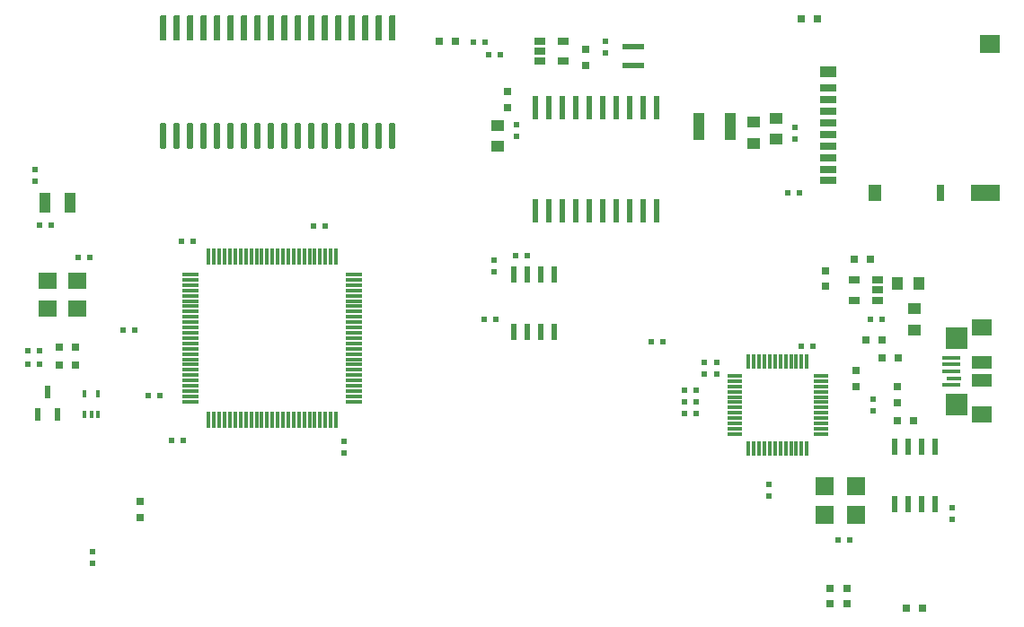
<source format=gtp>
G04 #@! TF.GenerationSoftware,KiCad,Pcbnew,(5.1.2)-1*
G04 #@! TF.CreationDate,2020-06-03T11:36:28+09:00*
G04 #@! TF.ProjectId,o2_breakout,6f325f62-7265-4616-9b6f-75742e6b6963,rev?*
G04 #@! TF.SameCoordinates,Original*
G04 #@! TF.FileFunction,Paste,Top*
G04 #@! TF.FilePolarity,Positive*
%FSLAX46Y46*%
G04 Gerber Fmt 4.6, Leading zero omitted, Abs format (unit mm)*
G04 Created by KiCad (PCBNEW (5.1.2)-1) date 2020-06-03 11:36:28*
%MOMM*%
%LPD*%
G04 APERTURE LIST*
%ADD10R,0.600000X0.500000*%
%ADD11R,1.100000X1.900000*%
%ADD12R,1.060000X0.650000*%
%ADD13R,0.800000X0.750000*%
%ADD14R,1.900000X1.800000*%
%ADD15R,2.800000X1.500000*%
%ADD16R,0.800000X1.500000*%
%ADD17R,1.200000X1.500000*%
%ADD18R,1.500000X1.000000*%
%ADD19R,1.500000X0.700000*%
%ADD20R,1.000000X2.500000*%
%ADD21R,0.500000X0.600000*%
%ADD22R,1.250000X1.000000*%
%ADD23R,0.600000X2.250000*%
%ADD24R,1.900000X1.200000*%
%ADD25R,1.750000X0.400000*%
%ADD26R,1.350000X0.400000*%
%ADD27R,1.900000X1.600000*%
%ADD28R,2.000000X2.100000*%
%ADD29R,0.600000X1.550000*%
%ADD30C,0.100000*%
%ADD31C,0.600000*%
%ADD32R,0.750000X0.800000*%
%ADD33R,0.400000X0.650000*%
%ADD34R,1.000000X1.250000*%
%ADD35R,1.760000X1.760000*%
%ADD36R,1.400000X0.300000*%
%ADD37R,0.300000X1.400000*%
%ADD38R,0.600000X1.300000*%
%ADD39R,1.800000X1.540000*%
%ADD40R,2.000000X0.600000*%
%ADD41R,1.500000X0.300000*%
%ADD42R,0.300000X1.500000*%
G04 APERTURE END LIST*
D10*
X116564500Y-107327700D03*
X115464500Y-107327700D03*
D11*
X108130300Y-89109860D03*
X105720300Y-89109860D03*
D10*
X105256240Y-91191080D03*
X106356240Y-91191080D03*
D12*
X152404900Y-73802200D03*
X152404900Y-74752200D03*
X152404900Y-75702200D03*
X154604900Y-75702200D03*
X154604900Y-73802200D03*
D10*
X147209600Y-73952100D03*
X146109600Y-73952100D03*
D13*
X144374300Y-73863200D03*
X142874300Y-73863200D03*
X176999200Y-71729600D03*
X178499200Y-71729600D03*
D14*
X194776500Y-74136000D03*
D15*
X194326500Y-88136000D03*
D16*
X190176500Y-88136000D03*
D17*
X183976500Y-88136000D03*
D18*
X179526500Y-76736000D03*
D19*
X179526500Y-86936000D03*
X179526500Y-85986000D03*
X179526500Y-84886000D03*
X179526500Y-83786000D03*
X179526500Y-82686000D03*
X179526500Y-81586000D03*
X179526500Y-80486000D03*
X179526500Y-79386000D03*
X179526500Y-78286000D03*
D20*
X170328720Y-81892140D03*
X167328720Y-81892140D03*
D21*
X110169400Y-121999000D03*
X110169400Y-123099000D03*
D22*
X174604680Y-81095340D03*
X174604680Y-83095340D03*
D10*
X147145920Y-100078540D03*
X148245920Y-100078540D03*
D23*
X151990500Y-89828500D03*
X153260500Y-89828500D03*
X154530500Y-89828500D03*
X155800500Y-89828500D03*
X157070500Y-89828500D03*
X158340500Y-89828500D03*
X159610500Y-89828500D03*
X160880500Y-89828500D03*
X162150500Y-89828500D03*
X163420500Y-89828500D03*
X163420500Y-80128500D03*
X162150500Y-80128500D03*
X160880500Y-80128500D03*
X159610500Y-80128500D03*
X158340500Y-80128500D03*
X157070500Y-80128500D03*
X155800500Y-80128500D03*
X154530500Y-80128500D03*
X153260500Y-80128500D03*
X151990500Y-80128500D03*
D24*
X194038220Y-104143440D03*
X194038220Y-105843440D03*
D25*
X191163220Y-106293440D03*
D26*
X191363220Y-105643440D03*
D25*
X191163220Y-104993440D03*
X191163220Y-104343440D03*
X191163220Y-103693440D03*
D27*
X194038220Y-100893440D03*
X194038220Y-109093440D03*
D28*
X191688220Y-101893440D03*
X191688220Y-108093440D03*
D21*
X169024300Y-105223400D03*
X169024300Y-104123400D03*
X167881300Y-105223400D03*
X167881300Y-104123400D03*
X104797300Y-85952500D03*
X104797300Y-87052500D03*
D29*
X149953980Y-101285020D03*
X151223980Y-101285020D03*
X152493980Y-101285020D03*
X153763980Y-101285020D03*
X153763980Y-95885020D03*
X152493980Y-95885020D03*
X151223980Y-95885020D03*
X149953980Y-95885020D03*
D30*
G36*
X138629703Y-81576722D02*
G01*
X138644264Y-81578882D01*
X138658543Y-81582459D01*
X138672403Y-81587418D01*
X138685710Y-81593712D01*
X138698336Y-81601280D01*
X138710159Y-81610048D01*
X138721066Y-81619934D01*
X138730952Y-81630841D01*
X138739720Y-81642664D01*
X138747288Y-81655290D01*
X138753582Y-81668597D01*
X138758541Y-81682457D01*
X138762118Y-81696736D01*
X138764278Y-81711297D01*
X138765000Y-81726000D01*
X138765000Y-83826000D01*
X138764278Y-83840703D01*
X138762118Y-83855264D01*
X138758541Y-83869543D01*
X138753582Y-83883403D01*
X138747288Y-83896710D01*
X138739720Y-83909336D01*
X138730952Y-83921159D01*
X138721066Y-83932066D01*
X138710159Y-83941952D01*
X138698336Y-83950720D01*
X138685710Y-83958288D01*
X138672403Y-83964582D01*
X138658543Y-83969541D01*
X138644264Y-83973118D01*
X138629703Y-83975278D01*
X138615000Y-83976000D01*
X138315000Y-83976000D01*
X138300297Y-83975278D01*
X138285736Y-83973118D01*
X138271457Y-83969541D01*
X138257597Y-83964582D01*
X138244290Y-83958288D01*
X138231664Y-83950720D01*
X138219841Y-83941952D01*
X138208934Y-83932066D01*
X138199048Y-83921159D01*
X138190280Y-83909336D01*
X138182712Y-83896710D01*
X138176418Y-83883403D01*
X138171459Y-83869543D01*
X138167882Y-83855264D01*
X138165722Y-83840703D01*
X138165000Y-83826000D01*
X138165000Y-81726000D01*
X138165722Y-81711297D01*
X138167882Y-81696736D01*
X138171459Y-81682457D01*
X138176418Y-81668597D01*
X138182712Y-81655290D01*
X138190280Y-81642664D01*
X138199048Y-81630841D01*
X138208934Y-81619934D01*
X138219841Y-81610048D01*
X138231664Y-81601280D01*
X138244290Y-81593712D01*
X138257597Y-81587418D01*
X138271457Y-81582459D01*
X138285736Y-81578882D01*
X138300297Y-81576722D01*
X138315000Y-81576000D01*
X138615000Y-81576000D01*
X138629703Y-81576722D01*
X138629703Y-81576722D01*
G37*
D31*
X138465000Y-82776000D03*
D30*
G36*
X137359703Y-81576722D02*
G01*
X137374264Y-81578882D01*
X137388543Y-81582459D01*
X137402403Y-81587418D01*
X137415710Y-81593712D01*
X137428336Y-81601280D01*
X137440159Y-81610048D01*
X137451066Y-81619934D01*
X137460952Y-81630841D01*
X137469720Y-81642664D01*
X137477288Y-81655290D01*
X137483582Y-81668597D01*
X137488541Y-81682457D01*
X137492118Y-81696736D01*
X137494278Y-81711297D01*
X137495000Y-81726000D01*
X137495000Y-83826000D01*
X137494278Y-83840703D01*
X137492118Y-83855264D01*
X137488541Y-83869543D01*
X137483582Y-83883403D01*
X137477288Y-83896710D01*
X137469720Y-83909336D01*
X137460952Y-83921159D01*
X137451066Y-83932066D01*
X137440159Y-83941952D01*
X137428336Y-83950720D01*
X137415710Y-83958288D01*
X137402403Y-83964582D01*
X137388543Y-83969541D01*
X137374264Y-83973118D01*
X137359703Y-83975278D01*
X137345000Y-83976000D01*
X137045000Y-83976000D01*
X137030297Y-83975278D01*
X137015736Y-83973118D01*
X137001457Y-83969541D01*
X136987597Y-83964582D01*
X136974290Y-83958288D01*
X136961664Y-83950720D01*
X136949841Y-83941952D01*
X136938934Y-83932066D01*
X136929048Y-83921159D01*
X136920280Y-83909336D01*
X136912712Y-83896710D01*
X136906418Y-83883403D01*
X136901459Y-83869543D01*
X136897882Y-83855264D01*
X136895722Y-83840703D01*
X136895000Y-83826000D01*
X136895000Y-81726000D01*
X136895722Y-81711297D01*
X136897882Y-81696736D01*
X136901459Y-81682457D01*
X136906418Y-81668597D01*
X136912712Y-81655290D01*
X136920280Y-81642664D01*
X136929048Y-81630841D01*
X136938934Y-81619934D01*
X136949841Y-81610048D01*
X136961664Y-81601280D01*
X136974290Y-81593712D01*
X136987597Y-81587418D01*
X137001457Y-81582459D01*
X137015736Y-81578882D01*
X137030297Y-81576722D01*
X137045000Y-81576000D01*
X137345000Y-81576000D01*
X137359703Y-81576722D01*
X137359703Y-81576722D01*
G37*
D31*
X137195000Y-82776000D03*
D30*
G36*
X136089703Y-81576722D02*
G01*
X136104264Y-81578882D01*
X136118543Y-81582459D01*
X136132403Y-81587418D01*
X136145710Y-81593712D01*
X136158336Y-81601280D01*
X136170159Y-81610048D01*
X136181066Y-81619934D01*
X136190952Y-81630841D01*
X136199720Y-81642664D01*
X136207288Y-81655290D01*
X136213582Y-81668597D01*
X136218541Y-81682457D01*
X136222118Y-81696736D01*
X136224278Y-81711297D01*
X136225000Y-81726000D01*
X136225000Y-83826000D01*
X136224278Y-83840703D01*
X136222118Y-83855264D01*
X136218541Y-83869543D01*
X136213582Y-83883403D01*
X136207288Y-83896710D01*
X136199720Y-83909336D01*
X136190952Y-83921159D01*
X136181066Y-83932066D01*
X136170159Y-83941952D01*
X136158336Y-83950720D01*
X136145710Y-83958288D01*
X136132403Y-83964582D01*
X136118543Y-83969541D01*
X136104264Y-83973118D01*
X136089703Y-83975278D01*
X136075000Y-83976000D01*
X135775000Y-83976000D01*
X135760297Y-83975278D01*
X135745736Y-83973118D01*
X135731457Y-83969541D01*
X135717597Y-83964582D01*
X135704290Y-83958288D01*
X135691664Y-83950720D01*
X135679841Y-83941952D01*
X135668934Y-83932066D01*
X135659048Y-83921159D01*
X135650280Y-83909336D01*
X135642712Y-83896710D01*
X135636418Y-83883403D01*
X135631459Y-83869543D01*
X135627882Y-83855264D01*
X135625722Y-83840703D01*
X135625000Y-83826000D01*
X135625000Y-81726000D01*
X135625722Y-81711297D01*
X135627882Y-81696736D01*
X135631459Y-81682457D01*
X135636418Y-81668597D01*
X135642712Y-81655290D01*
X135650280Y-81642664D01*
X135659048Y-81630841D01*
X135668934Y-81619934D01*
X135679841Y-81610048D01*
X135691664Y-81601280D01*
X135704290Y-81593712D01*
X135717597Y-81587418D01*
X135731457Y-81582459D01*
X135745736Y-81578882D01*
X135760297Y-81576722D01*
X135775000Y-81576000D01*
X136075000Y-81576000D01*
X136089703Y-81576722D01*
X136089703Y-81576722D01*
G37*
D31*
X135925000Y-82776000D03*
D30*
G36*
X134819703Y-81576722D02*
G01*
X134834264Y-81578882D01*
X134848543Y-81582459D01*
X134862403Y-81587418D01*
X134875710Y-81593712D01*
X134888336Y-81601280D01*
X134900159Y-81610048D01*
X134911066Y-81619934D01*
X134920952Y-81630841D01*
X134929720Y-81642664D01*
X134937288Y-81655290D01*
X134943582Y-81668597D01*
X134948541Y-81682457D01*
X134952118Y-81696736D01*
X134954278Y-81711297D01*
X134955000Y-81726000D01*
X134955000Y-83826000D01*
X134954278Y-83840703D01*
X134952118Y-83855264D01*
X134948541Y-83869543D01*
X134943582Y-83883403D01*
X134937288Y-83896710D01*
X134929720Y-83909336D01*
X134920952Y-83921159D01*
X134911066Y-83932066D01*
X134900159Y-83941952D01*
X134888336Y-83950720D01*
X134875710Y-83958288D01*
X134862403Y-83964582D01*
X134848543Y-83969541D01*
X134834264Y-83973118D01*
X134819703Y-83975278D01*
X134805000Y-83976000D01*
X134505000Y-83976000D01*
X134490297Y-83975278D01*
X134475736Y-83973118D01*
X134461457Y-83969541D01*
X134447597Y-83964582D01*
X134434290Y-83958288D01*
X134421664Y-83950720D01*
X134409841Y-83941952D01*
X134398934Y-83932066D01*
X134389048Y-83921159D01*
X134380280Y-83909336D01*
X134372712Y-83896710D01*
X134366418Y-83883403D01*
X134361459Y-83869543D01*
X134357882Y-83855264D01*
X134355722Y-83840703D01*
X134355000Y-83826000D01*
X134355000Y-81726000D01*
X134355722Y-81711297D01*
X134357882Y-81696736D01*
X134361459Y-81682457D01*
X134366418Y-81668597D01*
X134372712Y-81655290D01*
X134380280Y-81642664D01*
X134389048Y-81630841D01*
X134398934Y-81619934D01*
X134409841Y-81610048D01*
X134421664Y-81601280D01*
X134434290Y-81593712D01*
X134447597Y-81587418D01*
X134461457Y-81582459D01*
X134475736Y-81578882D01*
X134490297Y-81576722D01*
X134505000Y-81576000D01*
X134805000Y-81576000D01*
X134819703Y-81576722D01*
X134819703Y-81576722D01*
G37*
D31*
X134655000Y-82776000D03*
D30*
G36*
X133549703Y-81576722D02*
G01*
X133564264Y-81578882D01*
X133578543Y-81582459D01*
X133592403Y-81587418D01*
X133605710Y-81593712D01*
X133618336Y-81601280D01*
X133630159Y-81610048D01*
X133641066Y-81619934D01*
X133650952Y-81630841D01*
X133659720Y-81642664D01*
X133667288Y-81655290D01*
X133673582Y-81668597D01*
X133678541Y-81682457D01*
X133682118Y-81696736D01*
X133684278Y-81711297D01*
X133685000Y-81726000D01*
X133685000Y-83826000D01*
X133684278Y-83840703D01*
X133682118Y-83855264D01*
X133678541Y-83869543D01*
X133673582Y-83883403D01*
X133667288Y-83896710D01*
X133659720Y-83909336D01*
X133650952Y-83921159D01*
X133641066Y-83932066D01*
X133630159Y-83941952D01*
X133618336Y-83950720D01*
X133605710Y-83958288D01*
X133592403Y-83964582D01*
X133578543Y-83969541D01*
X133564264Y-83973118D01*
X133549703Y-83975278D01*
X133535000Y-83976000D01*
X133235000Y-83976000D01*
X133220297Y-83975278D01*
X133205736Y-83973118D01*
X133191457Y-83969541D01*
X133177597Y-83964582D01*
X133164290Y-83958288D01*
X133151664Y-83950720D01*
X133139841Y-83941952D01*
X133128934Y-83932066D01*
X133119048Y-83921159D01*
X133110280Y-83909336D01*
X133102712Y-83896710D01*
X133096418Y-83883403D01*
X133091459Y-83869543D01*
X133087882Y-83855264D01*
X133085722Y-83840703D01*
X133085000Y-83826000D01*
X133085000Y-81726000D01*
X133085722Y-81711297D01*
X133087882Y-81696736D01*
X133091459Y-81682457D01*
X133096418Y-81668597D01*
X133102712Y-81655290D01*
X133110280Y-81642664D01*
X133119048Y-81630841D01*
X133128934Y-81619934D01*
X133139841Y-81610048D01*
X133151664Y-81601280D01*
X133164290Y-81593712D01*
X133177597Y-81587418D01*
X133191457Y-81582459D01*
X133205736Y-81578882D01*
X133220297Y-81576722D01*
X133235000Y-81576000D01*
X133535000Y-81576000D01*
X133549703Y-81576722D01*
X133549703Y-81576722D01*
G37*
D31*
X133385000Y-82776000D03*
D30*
G36*
X132279703Y-81576722D02*
G01*
X132294264Y-81578882D01*
X132308543Y-81582459D01*
X132322403Y-81587418D01*
X132335710Y-81593712D01*
X132348336Y-81601280D01*
X132360159Y-81610048D01*
X132371066Y-81619934D01*
X132380952Y-81630841D01*
X132389720Y-81642664D01*
X132397288Y-81655290D01*
X132403582Y-81668597D01*
X132408541Y-81682457D01*
X132412118Y-81696736D01*
X132414278Y-81711297D01*
X132415000Y-81726000D01*
X132415000Y-83826000D01*
X132414278Y-83840703D01*
X132412118Y-83855264D01*
X132408541Y-83869543D01*
X132403582Y-83883403D01*
X132397288Y-83896710D01*
X132389720Y-83909336D01*
X132380952Y-83921159D01*
X132371066Y-83932066D01*
X132360159Y-83941952D01*
X132348336Y-83950720D01*
X132335710Y-83958288D01*
X132322403Y-83964582D01*
X132308543Y-83969541D01*
X132294264Y-83973118D01*
X132279703Y-83975278D01*
X132265000Y-83976000D01*
X131965000Y-83976000D01*
X131950297Y-83975278D01*
X131935736Y-83973118D01*
X131921457Y-83969541D01*
X131907597Y-83964582D01*
X131894290Y-83958288D01*
X131881664Y-83950720D01*
X131869841Y-83941952D01*
X131858934Y-83932066D01*
X131849048Y-83921159D01*
X131840280Y-83909336D01*
X131832712Y-83896710D01*
X131826418Y-83883403D01*
X131821459Y-83869543D01*
X131817882Y-83855264D01*
X131815722Y-83840703D01*
X131815000Y-83826000D01*
X131815000Y-81726000D01*
X131815722Y-81711297D01*
X131817882Y-81696736D01*
X131821459Y-81682457D01*
X131826418Y-81668597D01*
X131832712Y-81655290D01*
X131840280Y-81642664D01*
X131849048Y-81630841D01*
X131858934Y-81619934D01*
X131869841Y-81610048D01*
X131881664Y-81601280D01*
X131894290Y-81593712D01*
X131907597Y-81587418D01*
X131921457Y-81582459D01*
X131935736Y-81578882D01*
X131950297Y-81576722D01*
X131965000Y-81576000D01*
X132265000Y-81576000D01*
X132279703Y-81576722D01*
X132279703Y-81576722D01*
G37*
D31*
X132115000Y-82776000D03*
D30*
G36*
X131009703Y-81576722D02*
G01*
X131024264Y-81578882D01*
X131038543Y-81582459D01*
X131052403Y-81587418D01*
X131065710Y-81593712D01*
X131078336Y-81601280D01*
X131090159Y-81610048D01*
X131101066Y-81619934D01*
X131110952Y-81630841D01*
X131119720Y-81642664D01*
X131127288Y-81655290D01*
X131133582Y-81668597D01*
X131138541Y-81682457D01*
X131142118Y-81696736D01*
X131144278Y-81711297D01*
X131145000Y-81726000D01*
X131145000Y-83826000D01*
X131144278Y-83840703D01*
X131142118Y-83855264D01*
X131138541Y-83869543D01*
X131133582Y-83883403D01*
X131127288Y-83896710D01*
X131119720Y-83909336D01*
X131110952Y-83921159D01*
X131101066Y-83932066D01*
X131090159Y-83941952D01*
X131078336Y-83950720D01*
X131065710Y-83958288D01*
X131052403Y-83964582D01*
X131038543Y-83969541D01*
X131024264Y-83973118D01*
X131009703Y-83975278D01*
X130995000Y-83976000D01*
X130695000Y-83976000D01*
X130680297Y-83975278D01*
X130665736Y-83973118D01*
X130651457Y-83969541D01*
X130637597Y-83964582D01*
X130624290Y-83958288D01*
X130611664Y-83950720D01*
X130599841Y-83941952D01*
X130588934Y-83932066D01*
X130579048Y-83921159D01*
X130570280Y-83909336D01*
X130562712Y-83896710D01*
X130556418Y-83883403D01*
X130551459Y-83869543D01*
X130547882Y-83855264D01*
X130545722Y-83840703D01*
X130545000Y-83826000D01*
X130545000Y-81726000D01*
X130545722Y-81711297D01*
X130547882Y-81696736D01*
X130551459Y-81682457D01*
X130556418Y-81668597D01*
X130562712Y-81655290D01*
X130570280Y-81642664D01*
X130579048Y-81630841D01*
X130588934Y-81619934D01*
X130599841Y-81610048D01*
X130611664Y-81601280D01*
X130624290Y-81593712D01*
X130637597Y-81587418D01*
X130651457Y-81582459D01*
X130665736Y-81578882D01*
X130680297Y-81576722D01*
X130695000Y-81576000D01*
X130995000Y-81576000D01*
X131009703Y-81576722D01*
X131009703Y-81576722D01*
G37*
D31*
X130845000Y-82776000D03*
D30*
G36*
X129739703Y-81576722D02*
G01*
X129754264Y-81578882D01*
X129768543Y-81582459D01*
X129782403Y-81587418D01*
X129795710Y-81593712D01*
X129808336Y-81601280D01*
X129820159Y-81610048D01*
X129831066Y-81619934D01*
X129840952Y-81630841D01*
X129849720Y-81642664D01*
X129857288Y-81655290D01*
X129863582Y-81668597D01*
X129868541Y-81682457D01*
X129872118Y-81696736D01*
X129874278Y-81711297D01*
X129875000Y-81726000D01*
X129875000Y-83826000D01*
X129874278Y-83840703D01*
X129872118Y-83855264D01*
X129868541Y-83869543D01*
X129863582Y-83883403D01*
X129857288Y-83896710D01*
X129849720Y-83909336D01*
X129840952Y-83921159D01*
X129831066Y-83932066D01*
X129820159Y-83941952D01*
X129808336Y-83950720D01*
X129795710Y-83958288D01*
X129782403Y-83964582D01*
X129768543Y-83969541D01*
X129754264Y-83973118D01*
X129739703Y-83975278D01*
X129725000Y-83976000D01*
X129425000Y-83976000D01*
X129410297Y-83975278D01*
X129395736Y-83973118D01*
X129381457Y-83969541D01*
X129367597Y-83964582D01*
X129354290Y-83958288D01*
X129341664Y-83950720D01*
X129329841Y-83941952D01*
X129318934Y-83932066D01*
X129309048Y-83921159D01*
X129300280Y-83909336D01*
X129292712Y-83896710D01*
X129286418Y-83883403D01*
X129281459Y-83869543D01*
X129277882Y-83855264D01*
X129275722Y-83840703D01*
X129275000Y-83826000D01*
X129275000Y-81726000D01*
X129275722Y-81711297D01*
X129277882Y-81696736D01*
X129281459Y-81682457D01*
X129286418Y-81668597D01*
X129292712Y-81655290D01*
X129300280Y-81642664D01*
X129309048Y-81630841D01*
X129318934Y-81619934D01*
X129329841Y-81610048D01*
X129341664Y-81601280D01*
X129354290Y-81593712D01*
X129367597Y-81587418D01*
X129381457Y-81582459D01*
X129395736Y-81578882D01*
X129410297Y-81576722D01*
X129425000Y-81576000D01*
X129725000Y-81576000D01*
X129739703Y-81576722D01*
X129739703Y-81576722D01*
G37*
D31*
X129575000Y-82776000D03*
D30*
G36*
X128469703Y-81576722D02*
G01*
X128484264Y-81578882D01*
X128498543Y-81582459D01*
X128512403Y-81587418D01*
X128525710Y-81593712D01*
X128538336Y-81601280D01*
X128550159Y-81610048D01*
X128561066Y-81619934D01*
X128570952Y-81630841D01*
X128579720Y-81642664D01*
X128587288Y-81655290D01*
X128593582Y-81668597D01*
X128598541Y-81682457D01*
X128602118Y-81696736D01*
X128604278Y-81711297D01*
X128605000Y-81726000D01*
X128605000Y-83826000D01*
X128604278Y-83840703D01*
X128602118Y-83855264D01*
X128598541Y-83869543D01*
X128593582Y-83883403D01*
X128587288Y-83896710D01*
X128579720Y-83909336D01*
X128570952Y-83921159D01*
X128561066Y-83932066D01*
X128550159Y-83941952D01*
X128538336Y-83950720D01*
X128525710Y-83958288D01*
X128512403Y-83964582D01*
X128498543Y-83969541D01*
X128484264Y-83973118D01*
X128469703Y-83975278D01*
X128455000Y-83976000D01*
X128155000Y-83976000D01*
X128140297Y-83975278D01*
X128125736Y-83973118D01*
X128111457Y-83969541D01*
X128097597Y-83964582D01*
X128084290Y-83958288D01*
X128071664Y-83950720D01*
X128059841Y-83941952D01*
X128048934Y-83932066D01*
X128039048Y-83921159D01*
X128030280Y-83909336D01*
X128022712Y-83896710D01*
X128016418Y-83883403D01*
X128011459Y-83869543D01*
X128007882Y-83855264D01*
X128005722Y-83840703D01*
X128005000Y-83826000D01*
X128005000Y-81726000D01*
X128005722Y-81711297D01*
X128007882Y-81696736D01*
X128011459Y-81682457D01*
X128016418Y-81668597D01*
X128022712Y-81655290D01*
X128030280Y-81642664D01*
X128039048Y-81630841D01*
X128048934Y-81619934D01*
X128059841Y-81610048D01*
X128071664Y-81601280D01*
X128084290Y-81593712D01*
X128097597Y-81587418D01*
X128111457Y-81582459D01*
X128125736Y-81578882D01*
X128140297Y-81576722D01*
X128155000Y-81576000D01*
X128455000Y-81576000D01*
X128469703Y-81576722D01*
X128469703Y-81576722D01*
G37*
D31*
X128305000Y-82776000D03*
D30*
G36*
X127199703Y-81576722D02*
G01*
X127214264Y-81578882D01*
X127228543Y-81582459D01*
X127242403Y-81587418D01*
X127255710Y-81593712D01*
X127268336Y-81601280D01*
X127280159Y-81610048D01*
X127291066Y-81619934D01*
X127300952Y-81630841D01*
X127309720Y-81642664D01*
X127317288Y-81655290D01*
X127323582Y-81668597D01*
X127328541Y-81682457D01*
X127332118Y-81696736D01*
X127334278Y-81711297D01*
X127335000Y-81726000D01*
X127335000Y-83826000D01*
X127334278Y-83840703D01*
X127332118Y-83855264D01*
X127328541Y-83869543D01*
X127323582Y-83883403D01*
X127317288Y-83896710D01*
X127309720Y-83909336D01*
X127300952Y-83921159D01*
X127291066Y-83932066D01*
X127280159Y-83941952D01*
X127268336Y-83950720D01*
X127255710Y-83958288D01*
X127242403Y-83964582D01*
X127228543Y-83969541D01*
X127214264Y-83973118D01*
X127199703Y-83975278D01*
X127185000Y-83976000D01*
X126885000Y-83976000D01*
X126870297Y-83975278D01*
X126855736Y-83973118D01*
X126841457Y-83969541D01*
X126827597Y-83964582D01*
X126814290Y-83958288D01*
X126801664Y-83950720D01*
X126789841Y-83941952D01*
X126778934Y-83932066D01*
X126769048Y-83921159D01*
X126760280Y-83909336D01*
X126752712Y-83896710D01*
X126746418Y-83883403D01*
X126741459Y-83869543D01*
X126737882Y-83855264D01*
X126735722Y-83840703D01*
X126735000Y-83826000D01*
X126735000Y-81726000D01*
X126735722Y-81711297D01*
X126737882Y-81696736D01*
X126741459Y-81682457D01*
X126746418Y-81668597D01*
X126752712Y-81655290D01*
X126760280Y-81642664D01*
X126769048Y-81630841D01*
X126778934Y-81619934D01*
X126789841Y-81610048D01*
X126801664Y-81601280D01*
X126814290Y-81593712D01*
X126827597Y-81587418D01*
X126841457Y-81582459D01*
X126855736Y-81578882D01*
X126870297Y-81576722D01*
X126885000Y-81576000D01*
X127185000Y-81576000D01*
X127199703Y-81576722D01*
X127199703Y-81576722D01*
G37*
D31*
X127035000Y-82776000D03*
D30*
G36*
X125929703Y-81576722D02*
G01*
X125944264Y-81578882D01*
X125958543Y-81582459D01*
X125972403Y-81587418D01*
X125985710Y-81593712D01*
X125998336Y-81601280D01*
X126010159Y-81610048D01*
X126021066Y-81619934D01*
X126030952Y-81630841D01*
X126039720Y-81642664D01*
X126047288Y-81655290D01*
X126053582Y-81668597D01*
X126058541Y-81682457D01*
X126062118Y-81696736D01*
X126064278Y-81711297D01*
X126065000Y-81726000D01*
X126065000Y-83826000D01*
X126064278Y-83840703D01*
X126062118Y-83855264D01*
X126058541Y-83869543D01*
X126053582Y-83883403D01*
X126047288Y-83896710D01*
X126039720Y-83909336D01*
X126030952Y-83921159D01*
X126021066Y-83932066D01*
X126010159Y-83941952D01*
X125998336Y-83950720D01*
X125985710Y-83958288D01*
X125972403Y-83964582D01*
X125958543Y-83969541D01*
X125944264Y-83973118D01*
X125929703Y-83975278D01*
X125915000Y-83976000D01*
X125615000Y-83976000D01*
X125600297Y-83975278D01*
X125585736Y-83973118D01*
X125571457Y-83969541D01*
X125557597Y-83964582D01*
X125544290Y-83958288D01*
X125531664Y-83950720D01*
X125519841Y-83941952D01*
X125508934Y-83932066D01*
X125499048Y-83921159D01*
X125490280Y-83909336D01*
X125482712Y-83896710D01*
X125476418Y-83883403D01*
X125471459Y-83869543D01*
X125467882Y-83855264D01*
X125465722Y-83840703D01*
X125465000Y-83826000D01*
X125465000Y-81726000D01*
X125465722Y-81711297D01*
X125467882Y-81696736D01*
X125471459Y-81682457D01*
X125476418Y-81668597D01*
X125482712Y-81655290D01*
X125490280Y-81642664D01*
X125499048Y-81630841D01*
X125508934Y-81619934D01*
X125519841Y-81610048D01*
X125531664Y-81601280D01*
X125544290Y-81593712D01*
X125557597Y-81587418D01*
X125571457Y-81582459D01*
X125585736Y-81578882D01*
X125600297Y-81576722D01*
X125615000Y-81576000D01*
X125915000Y-81576000D01*
X125929703Y-81576722D01*
X125929703Y-81576722D01*
G37*
D31*
X125765000Y-82776000D03*
D30*
G36*
X124659703Y-81576722D02*
G01*
X124674264Y-81578882D01*
X124688543Y-81582459D01*
X124702403Y-81587418D01*
X124715710Y-81593712D01*
X124728336Y-81601280D01*
X124740159Y-81610048D01*
X124751066Y-81619934D01*
X124760952Y-81630841D01*
X124769720Y-81642664D01*
X124777288Y-81655290D01*
X124783582Y-81668597D01*
X124788541Y-81682457D01*
X124792118Y-81696736D01*
X124794278Y-81711297D01*
X124795000Y-81726000D01*
X124795000Y-83826000D01*
X124794278Y-83840703D01*
X124792118Y-83855264D01*
X124788541Y-83869543D01*
X124783582Y-83883403D01*
X124777288Y-83896710D01*
X124769720Y-83909336D01*
X124760952Y-83921159D01*
X124751066Y-83932066D01*
X124740159Y-83941952D01*
X124728336Y-83950720D01*
X124715710Y-83958288D01*
X124702403Y-83964582D01*
X124688543Y-83969541D01*
X124674264Y-83973118D01*
X124659703Y-83975278D01*
X124645000Y-83976000D01*
X124345000Y-83976000D01*
X124330297Y-83975278D01*
X124315736Y-83973118D01*
X124301457Y-83969541D01*
X124287597Y-83964582D01*
X124274290Y-83958288D01*
X124261664Y-83950720D01*
X124249841Y-83941952D01*
X124238934Y-83932066D01*
X124229048Y-83921159D01*
X124220280Y-83909336D01*
X124212712Y-83896710D01*
X124206418Y-83883403D01*
X124201459Y-83869543D01*
X124197882Y-83855264D01*
X124195722Y-83840703D01*
X124195000Y-83826000D01*
X124195000Y-81726000D01*
X124195722Y-81711297D01*
X124197882Y-81696736D01*
X124201459Y-81682457D01*
X124206418Y-81668597D01*
X124212712Y-81655290D01*
X124220280Y-81642664D01*
X124229048Y-81630841D01*
X124238934Y-81619934D01*
X124249841Y-81610048D01*
X124261664Y-81601280D01*
X124274290Y-81593712D01*
X124287597Y-81587418D01*
X124301457Y-81582459D01*
X124315736Y-81578882D01*
X124330297Y-81576722D01*
X124345000Y-81576000D01*
X124645000Y-81576000D01*
X124659703Y-81576722D01*
X124659703Y-81576722D01*
G37*
D31*
X124495000Y-82776000D03*
D30*
G36*
X123389703Y-81576722D02*
G01*
X123404264Y-81578882D01*
X123418543Y-81582459D01*
X123432403Y-81587418D01*
X123445710Y-81593712D01*
X123458336Y-81601280D01*
X123470159Y-81610048D01*
X123481066Y-81619934D01*
X123490952Y-81630841D01*
X123499720Y-81642664D01*
X123507288Y-81655290D01*
X123513582Y-81668597D01*
X123518541Y-81682457D01*
X123522118Y-81696736D01*
X123524278Y-81711297D01*
X123525000Y-81726000D01*
X123525000Y-83826000D01*
X123524278Y-83840703D01*
X123522118Y-83855264D01*
X123518541Y-83869543D01*
X123513582Y-83883403D01*
X123507288Y-83896710D01*
X123499720Y-83909336D01*
X123490952Y-83921159D01*
X123481066Y-83932066D01*
X123470159Y-83941952D01*
X123458336Y-83950720D01*
X123445710Y-83958288D01*
X123432403Y-83964582D01*
X123418543Y-83969541D01*
X123404264Y-83973118D01*
X123389703Y-83975278D01*
X123375000Y-83976000D01*
X123075000Y-83976000D01*
X123060297Y-83975278D01*
X123045736Y-83973118D01*
X123031457Y-83969541D01*
X123017597Y-83964582D01*
X123004290Y-83958288D01*
X122991664Y-83950720D01*
X122979841Y-83941952D01*
X122968934Y-83932066D01*
X122959048Y-83921159D01*
X122950280Y-83909336D01*
X122942712Y-83896710D01*
X122936418Y-83883403D01*
X122931459Y-83869543D01*
X122927882Y-83855264D01*
X122925722Y-83840703D01*
X122925000Y-83826000D01*
X122925000Y-81726000D01*
X122925722Y-81711297D01*
X122927882Y-81696736D01*
X122931459Y-81682457D01*
X122936418Y-81668597D01*
X122942712Y-81655290D01*
X122950280Y-81642664D01*
X122959048Y-81630841D01*
X122968934Y-81619934D01*
X122979841Y-81610048D01*
X122991664Y-81601280D01*
X123004290Y-81593712D01*
X123017597Y-81587418D01*
X123031457Y-81582459D01*
X123045736Y-81578882D01*
X123060297Y-81576722D01*
X123075000Y-81576000D01*
X123375000Y-81576000D01*
X123389703Y-81576722D01*
X123389703Y-81576722D01*
G37*
D31*
X123225000Y-82776000D03*
D30*
G36*
X122119703Y-81576722D02*
G01*
X122134264Y-81578882D01*
X122148543Y-81582459D01*
X122162403Y-81587418D01*
X122175710Y-81593712D01*
X122188336Y-81601280D01*
X122200159Y-81610048D01*
X122211066Y-81619934D01*
X122220952Y-81630841D01*
X122229720Y-81642664D01*
X122237288Y-81655290D01*
X122243582Y-81668597D01*
X122248541Y-81682457D01*
X122252118Y-81696736D01*
X122254278Y-81711297D01*
X122255000Y-81726000D01*
X122255000Y-83826000D01*
X122254278Y-83840703D01*
X122252118Y-83855264D01*
X122248541Y-83869543D01*
X122243582Y-83883403D01*
X122237288Y-83896710D01*
X122229720Y-83909336D01*
X122220952Y-83921159D01*
X122211066Y-83932066D01*
X122200159Y-83941952D01*
X122188336Y-83950720D01*
X122175710Y-83958288D01*
X122162403Y-83964582D01*
X122148543Y-83969541D01*
X122134264Y-83973118D01*
X122119703Y-83975278D01*
X122105000Y-83976000D01*
X121805000Y-83976000D01*
X121790297Y-83975278D01*
X121775736Y-83973118D01*
X121761457Y-83969541D01*
X121747597Y-83964582D01*
X121734290Y-83958288D01*
X121721664Y-83950720D01*
X121709841Y-83941952D01*
X121698934Y-83932066D01*
X121689048Y-83921159D01*
X121680280Y-83909336D01*
X121672712Y-83896710D01*
X121666418Y-83883403D01*
X121661459Y-83869543D01*
X121657882Y-83855264D01*
X121655722Y-83840703D01*
X121655000Y-83826000D01*
X121655000Y-81726000D01*
X121655722Y-81711297D01*
X121657882Y-81696736D01*
X121661459Y-81682457D01*
X121666418Y-81668597D01*
X121672712Y-81655290D01*
X121680280Y-81642664D01*
X121689048Y-81630841D01*
X121698934Y-81619934D01*
X121709841Y-81610048D01*
X121721664Y-81601280D01*
X121734290Y-81593712D01*
X121747597Y-81587418D01*
X121761457Y-81582459D01*
X121775736Y-81578882D01*
X121790297Y-81576722D01*
X121805000Y-81576000D01*
X122105000Y-81576000D01*
X122119703Y-81576722D01*
X122119703Y-81576722D01*
G37*
D31*
X121955000Y-82776000D03*
D30*
G36*
X120849703Y-81576722D02*
G01*
X120864264Y-81578882D01*
X120878543Y-81582459D01*
X120892403Y-81587418D01*
X120905710Y-81593712D01*
X120918336Y-81601280D01*
X120930159Y-81610048D01*
X120941066Y-81619934D01*
X120950952Y-81630841D01*
X120959720Y-81642664D01*
X120967288Y-81655290D01*
X120973582Y-81668597D01*
X120978541Y-81682457D01*
X120982118Y-81696736D01*
X120984278Y-81711297D01*
X120985000Y-81726000D01*
X120985000Y-83826000D01*
X120984278Y-83840703D01*
X120982118Y-83855264D01*
X120978541Y-83869543D01*
X120973582Y-83883403D01*
X120967288Y-83896710D01*
X120959720Y-83909336D01*
X120950952Y-83921159D01*
X120941066Y-83932066D01*
X120930159Y-83941952D01*
X120918336Y-83950720D01*
X120905710Y-83958288D01*
X120892403Y-83964582D01*
X120878543Y-83969541D01*
X120864264Y-83973118D01*
X120849703Y-83975278D01*
X120835000Y-83976000D01*
X120535000Y-83976000D01*
X120520297Y-83975278D01*
X120505736Y-83973118D01*
X120491457Y-83969541D01*
X120477597Y-83964582D01*
X120464290Y-83958288D01*
X120451664Y-83950720D01*
X120439841Y-83941952D01*
X120428934Y-83932066D01*
X120419048Y-83921159D01*
X120410280Y-83909336D01*
X120402712Y-83896710D01*
X120396418Y-83883403D01*
X120391459Y-83869543D01*
X120387882Y-83855264D01*
X120385722Y-83840703D01*
X120385000Y-83826000D01*
X120385000Y-81726000D01*
X120385722Y-81711297D01*
X120387882Y-81696736D01*
X120391459Y-81682457D01*
X120396418Y-81668597D01*
X120402712Y-81655290D01*
X120410280Y-81642664D01*
X120419048Y-81630841D01*
X120428934Y-81619934D01*
X120439841Y-81610048D01*
X120451664Y-81601280D01*
X120464290Y-81593712D01*
X120477597Y-81587418D01*
X120491457Y-81582459D01*
X120505736Y-81578882D01*
X120520297Y-81576722D01*
X120535000Y-81576000D01*
X120835000Y-81576000D01*
X120849703Y-81576722D01*
X120849703Y-81576722D01*
G37*
D31*
X120685000Y-82776000D03*
D30*
G36*
X119579703Y-81576722D02*
G01*
X119594264Y-81578882D01*
X119608543Y-81582459D01*
X119622403Y-81587418D01*
X119635710Y-81593712D01*
X119648336Y-81601280D01*
X119660159Y-81610048D01*
X119671066Y-81619934D01*
X119680952Y-81630841D01*
X119689720Y-81642664D01*
X119697288Y-81655290D01*
X119703582Y-81668597D01*
X119708541Y-81682457D01*
X119712118Y-81696736D01*
X119714278Y-81711297D01*
X119715000Y-81726000D01*
X119715000Y-83826000D01*
X119714278Y-83840703D01*
X119712118Y-83855264D01*
X119708541Y-83869543D01*
X119703582Y-83883403D01*
X119697288Y-83896710D01*
X119689720Y-83909336D01*
X119680952Y-83921159D01*
X119671066Y-83932066D01*
X119660159Y-83941952D01*
X119648336Y-83950720D01*
X119635710Y-83958288D01*
X119622403Y-83964582D01*
X119608543Y-83969541D01*
X119594264Y-83973118D01*
X119579703Y-83975278D01*
X119565000Y-83976000D01*
X119265000Y-83976000D01*
X119250297Y-83975278D01*
X119235736Y-83973118D01*
X119221457Y-83969541D01*
X119207597Y-83964582D01*
X119194290Y-83958288D01*
X119181664Y-83950720D01*
X119169841Y-83941952D01*
X119158934Y-83932066D01*
X119149048Y-83921159D01*
X119140280Y-83909336D01*
X119132712Y-83896710D01*
X119126418Y-83883403D01*
X119121459Y-83869543D01*
X119117882Y-83855264D01*
X119115722Y-83840703D01*
X119115000Y-83826000D01*
X119115000Y-81726000D01*
X119115722Y-81711297D01*
X119117882Y-81696736D01*
X119121459Y-81682457D01*
X119126418Y-81668597D01*
X119132712Y-81655290D01*
X119140280Y-81642664D01*
X119149048Y-81630841D01*
X119158934Y-81619934D01*
X119169841Y-81610048D01*
X119181664Y-81601280D01*
X119194290Y-81593712D01*
X119207597Y-81587418D01*
X119221457Y-81582459D01*
X119235736Y-81578882D01*
X119250297Y-81576722D01*
X119265000Y-81576000D01*
X119565000Y-81576000D01*
X119579703Y-81576722D01*
X119579703Y-81576722D01*
G37*
D31*
X119415000Y-82776000D03*
D30*
G36*
X118309703Y-81576722D02*
G01*
X118324264Y-81578882D01*
X118338543Y-81582459D01*
X118352403Y-81587418D01*
X118365710Y-81593712D01*
X118378336Y-81601280D01*
X118390159Y-81610048D01*
X118401066Y-81619934D01*
X118410952Y-81630841D01*
X118419720Y-81642664D01*
X118427288Y-81655290D01*
X118433582Y-81668597D01*
X118438541Y-81682457D01*
X118442118Y-81696736D01*
X118444278Y-81711297D01*
X118445000Y-81726000D01*
X118445000Y-83826000D01*
X118444278Y-83840703D01*
X118442118Y-83855264D01*
X118438541Y-83869543D01*
X118433582Y-83883403D01*
X118427288Y-83896710D01*
X118419720Y-83909336D01*
X118410952Y-83921159D01*
X118401066Y-83932066D01*
X118390159Y-83941952D01*
X118378336Y-83950720D01*
X118365710Y-83958288D01*
X118352403Y-83964582D01*
X118338543Y-83969541D01*
X118324264Y-83973118D01*
X118309703Y-83975278D01*
X118295000Y-83976000D01*
X117995000Y-83976000D01*
X117980297Y-83975278D01*
X117965736Y-83973118D01*
X117951457Y-83969541D01*
X117937597Y-83964582D01*
X117924290Y-83958288D01*
X117911664Y-83950720D01*
X117899841Y-83941952D01*
X117888934Y-83932066D01*
X117879048Y-83921159D01*
X117870280Y-83909336D01*
X117862712Y-83896710D01*
X117856418Y-83883403D01*
X117851459Y-83869543D01*
X117847882Y-83855264D01*
X117845722Y-83840703D01*
X117845000Y-83826000D01*
X117845000Y-81726000D01*
X117845722Y-81711297D01*
X117847882Y-81696736D01*
X117851459Y-81682457D01*
X117856418Y-81668597D01*
X117862712Y-81655290D01*
X117870280Y-81642664D01*
X117879048Y-81630841D01*
X117888934Y-81619934D01*
X117899841Y-81610048D01*
X117911664Y-81601280D01*
X117924290Y-81593712D01*
X117937597Y-81587418D01*
X117951457Y-81582459D01*
X117965736Y-81578882D01*
X117980297Y-81576722D01*
X117995000Y-81576000D01*
X118295000Y-81576000D01*
X118309703Y-81576722D01*
X118309703Y-81576722D01*
G37*
D31*
X118145000Y-82776000D03*
D30*
G36*
X117039703Y-81576722D02*
G01*
X117054264Y-81578882D01*
X117068543Y-81582459D01*
X117082403Y-81587418D01*
X117095710Y-81593712D01*
X117108336Y-81601280D01*
X117120159Y-81610048D01*
X117131066Y-81619934D01*
X117140952Y-81630841D01*
X117149720Y-81642664D01*
X117157288Y-81655290D01*
X117163582Y-81668597D01*
X117168541Y-81682457D01*
X117172118Y-81696736D01*
X117174278Y-81711297D01*
X117175000Y-81726000D01*
X117175000Y-83826000D01*
X117174278Y-83840703D01*
X117172118Y-83855264D01*
X117168541Y-83869543D01*
X117163582Y-83883403D01*
X117157288Y-83896710D01*
X117149720Y-83909336D01*
X117140952Y-83921159D01*
X117131066Y-83932066D01*
X117120159Y-83941952D01*
X117108336Y-83950720D01*
X117095710Y-83958288D01*
X117082403Y-83964582D01*
X117068543Y-83969541D01*
X117054264Y-83973118D01*
X117039703Y-83975278D01*
X117025000Y-83976000D01*
X116725000Y-83976000D01*
X116710297Y-83975278D01*
X116695736Y-83973118D01*
X116681457Y-83969541D01*
X116667597Y-83964582D01*
X116654290Y-83958288D01*
X116641664Y-83950720D01*
X116629841Y-83941952D01*
X116618934Y-83932066D01*
X116609048Y-83921159D01*
X116600280Y-83909336D01*
X116592712Y-83896710D01*
X116586418Y-83883403D01*
X116581459Y-83869543D01*
X116577882Y-83855264D01*
X116575722Y-83840703D01*
X116575000Y-83826000D01*
X116575000Y-81726000D01*
X116575722Y-81711297D01*
X116577882Y-81696736D01*
X116581459Y-81682457D01*
X116586418Y-81668597D01*
X116592712Y-81655290D01*
X116600280Y-81642664D01*
X116609048Y-81630841D01*
X116618934Y-81619934D01*
X116629841Y-81610048D01*
X116641664Y-81601280D01*
X116654290Y-81593712D01*
X116667597Y-81587418D01*
X116681457Y-81582459D01*
X116695736Y-81578882D01*
X116710297Y-81576722D01*
X116725000Y-81576000D01*
X117025000Y-81576000D01*
X117039703Y-81576722D01*
X117039703Y-81576722D01*
G37*
D31*
X116875000Y-82776000D03*
D30*
G36*
X117039703Y-71376722D02*
G01*
X117054264Y-71378882D01*
X117068543Y-71382459D01*
X117082403Y-71387418D01*
X117095710Y-71393712D01*
X117108336Y-71401280D01*
X117120159Y-71410048D01*
X117131066Y-71419934D01*
X117140952Y-71430841D01*
X117149720Y-71442664D01*
X117157288Y-71455290D01*
X117163582Y-71468597D01*
X117168541Y-71482457D01*
X117172118Y-71496736D01*
X117174278Y-71511297D01*
X117175000Y-71526000D01*
X117175000Y-73626000D01*
X117174278Y-73640703D01*
X117172118Y-73655264D01*
X117168541Y-73669543D01*
X117163582Y-73683403D01*
X117157288Y-73696710D01*
X117149720Y-73709336D01*
X117140952Y-73721159D01*
X117131066Y-73732066D01*
X117120159Y-73741952D01*
X117108336Y-73750720D01*
X117095710Y-73758288D01*
X117082403Y-73764582D01*
X117068543Y-73769541D01*
X117054264Y-73773118D01*
X117039703Y-73775278D01*
X117025000Y-73776000D01*
X116725000Y-73776000D01*
X116710297Y-73775278D01*
X116695736Y-73773118D01*
X116681457Y-73769541D01*
X116667597Y-73764582D01*
X116654290Y-73758288D01*
X116641664Y-73750720D01*
X116629841Y-73741952D01*
X116618934Y-73732066D01*
X116609048Y-73721159D01*
X116600280Y-73709336D01*
X116592712Y-73696710D01*
X116586418Y-73683403D01*
X116581459Y-73669543D01*
X116577882Y-73655264D01*
X116575722Y-73640703D01*
X116575000Y-73626000D01*
X116575000Y-71526000D01*
X116575722Y-71511297D01*
X116577882Y-71496736D01*
X116581459Y-71482457D01*
X116586418Y-71468597D01*
X116592712Y-71455290D01*
X116600280Y-71442664D01*
X116609048Y-71430841D01*
X116618934Y-71419934D01*
X116629841Y-71410048D01*
X116641664Y-71401280D01*
X116654290Y-71393712D01*
X116667597Y-71387418D01*
X116681457Y-71382459D01*
X116695736Y-71378882D01*
X116710297Y-71376722D01*
X116725000Y-71376000D01*
X117025000Y-71376000D01*
X117039703Y-71376722D01*
X117039703Y-71376722D01*
G37*
D31*
X116875000Y-72576000D03*
D30*
G36*
X118309703Y-71376722D02*
G01*
X118324264Y-71378882D01*
X118338543Y-71382459D01*
X118352403Y-71387418D01*
X118365710Y-71393712D01*
X118378336Y-71401280D01*
X118390159Y-71410048D01*
X118401066Y-71419934D01*
X118410952Y-71430841D01*
X118419720Y-71442664D01*
X118427288Y-71455290D01*
X118433582Y-71468597D01*
X118438541Y-71482457D01*
X118442118Y-71496736D01*
X118444278Y-71511297D01*
X118445000Y-71526000D01*
X118445000Y-73626000D01*
X118444278Y-73640703D01*
X118442118Y-73655264D01*
X118438541Y-73669543D01*
X118433582Y-73683403D01*
X118427288Y-73696710D01*
X118419720Y-73709336D01*
X118410952Y-73721159D01*
X118401066Y-73732066D01*
X118390159Y-73741952D01*
X118378336Y-73750720D01*
X118365710Y-73758288D01*
X118352403Y-73764582D01*
X118338543Y-73769541D01*
X118324264Y-73773118D01*
X118309703Y-73775278D01*
X118295000Y-73776000D01*
X117995000Y-73776000D01*
X117980297Y-73775278D01*
X117965736Y-73773118D01*
X117951457Y-73769541D01*
X117937597Y-73764582D01*
X117924290Y-73758288D01*
X117911664Y-73750720D01*
X117899841Y-73741952D01*
X117888934Y-73732066D01*
X117879048Y-73721159D01*
X117870280Y-73709336D01*
X117862712Y-73696710D01*
X117856418Y-73683403D01*
X117851459Y-73669543D01*
X117847882Y-73655264D01*
X117845722Y-73640703D01*
X117845000Y-73626000D01*
X117845000Y-71526000D01*
X117845722Y-71511297D01*
X117847882Y-71496736D01*
X117851459Y-71482457D01*
X117856418Y-71468597D01*
X117862712Y-71455290D01*
X117870280Y-71442664D01*
X117879048Y-71430841D01*
X117888934Y-71419934D01*
X117899841Y-71410048D01*
X117911664Y-71401280D01*
X117924290Y-71393712D01*
X117937597Y-71387418D01*
X117951457Y-71382459D01*
X117965736Y-71378882D01*
X117980297Y-71376722D01*
X117995000Y-71376000D01*
X118295000Y-71376000D01*
X118309703Y-71376722D01*
X118309703Y-71376722D01*
G37*
D31*
X118145000Y-72576000D03*
D30*
G36*
X119579703Y-71376722D02*
G01*
X119594264Y-71378882D01*
X119608543Y-71382459D01*
X119622403Y-71387418D01*
X119635710Y-71393712D01*
X119648336Y-71401280D01*
X119660159Y-71410048D01*
X119671066Y-71419934D01*
X119680952Y-71430841D01*
X119689720Y-71442664D01*
X119697288Y-71455290D01*
X119703582Y-71468597D01*
X119708541Y-71482457D01*
X119712118Y-71496736D01*
X119714278Y-71511297D01*
X119715000Y-71526000D01*
X119715000Y-73626000D01*
X119714278Y-73640703D01*
X119712118Y-73655264D01*
X119708541Y-73669543D01*
X119703582Y-73683403D01*
X119697288Y-73696710D01*
X119689720Y-73709336D01*
X119680952Y-73721159D01*
X119671066Y-73732066D01*
X119660159Y-73741952D01*
X119648336Y-73750720D01*
X119635710Y-73758288D01*
X119622403Y-73764582D01*
X119608543Y-73769541D01*
X119594264Y-73773118D01*
X119579703Y-73775278D01*
X119565000Y-73776000D01*
X119265000Y-73776000D01*
X119250297Y-73775278D01*
X119235736Y-73773118D01*
X119221457Y-73769541D01*
X119207597Y-73764582D01*
X119194290Y-73758288D01*
X119181664Y-73750720D01*
X119169841Y-73741952D01*
X119158934Y-73732066D01*
X119149048Y-73721159D01*
X119140280Y-73709336D01*
X119132712Y-73696710D01*
X119126418Y-73683403D01*
X119121459Y-73669543D01*
X119117882Y-73655264D01*
X119115722Y-73640703D01*
X119115000Y-73626000D01*
X119115000Y-71526000D01*
X119115722Y-71511297D01*
X119117882Y-71496736D01*
X119121459Y-71482457D01*
X119126418Y-71468597D01*
X119132712Y-71455290D01*
X119140280Y-71442664D01*
X119149048Y-71430841D01*
X119158934Y-71419934D01*
X119169841Y-71410048D01*
X119181664Y-71401280D01*
X119194290Y-71393712D01*
X119207597Y-71387418D01*
X119221457Y-71382459D01*
X119235736Y-71378882D01*
X119250297Y-71376722D01*
X119265000Y-71376000D01*
X119565000Y-71376000D01*
X119579703Y-71376722D01*
X119579703Y-71376722D01*
G37*
D31*
X119415000Y-72576000D03*
D30*
G36*
X120849703Y-71376722D02*
G01*
X120864264Y-71378882D01*
X120878543Y-71382459D01*
X120892403Y-71387418D01*
X120905710Y-71393712D01*
X120918336Y-71401280D01*
X120930159Y-71410048D01*
X120941066Y-71419934D01*
X120950952Y-71430841D01*
X120959720Y-71442664D01*
X120967288Y-71455290D01*
X120973582Y-71468597D01*
X120978541Y-71482457D01*
X120982118Y-71496736D01*
X120984278Y-71511297D01*
X120985000Y-71526000D01*
X120985000Y-73626000D01*
X120984278Y-73640703D01*
X120982118Y-73655264D01*
X120978541Y-73669543D01*
X120973582Y-73683403D01*
X120967288Y-73696710D01*
X120959720Y-73709336D01*
X120950952Y-73721159D01*
X120941066Y-73732066D01*
X120930159Y-73741952D01*
X120918336Y-73750720D01*
X120905710Y-73758288D01*
X120892403Y-73764582D01*
X120878543Y-73769541D01*
X120864264Y-73773118D01*
X120849703Y-73775278D01*
X120835000Y-73776000D01*
X120535000Y-73776000D01*
X120520297Y-73775278D01*
X120505736Y-73773118D01*
X120491457Y-73769541D01*
X120477597Y-73764582D01*
X120464290Y-73758288D01*
X120451664Y-73750720D01*
X120439841Y-73741952D01*
X120428934Y-73732066D01*
X120419048Y-73721159D01*
X120410280Y-73709336D01*
X120402712Y-73696710D01*
X120396418Y-73683403D01*
X120391459Y-73669543D01*
X120387882Y-73655264D01*
X120385722Y-73640703D01*
X120385000Y-73626000D01*
X120385000Y-71526000D01*
X120385722Y-71511297D01*
X120387882Y-71496736D01*
X120391459Y-71482457D01*
X120396418Y-71468597D01*
X120402712Y-71455290D01*
X120410280Y-71442664D01*
X120419048Y-71430841D01*
X120428934Y-71419934D01*
X120439841Y-71410048D01*
X120451664Y-71401280D01*
X120464290Y-71393712D01*
X120477597Y-71387418D01*
X120491457Y-71382459D01*
X120505736Y-71378882D01*
X120520297Y-71376722D01*
X120535000Y-71376000D01*
X120835000Y-71376000D01*
X120849703Y-71376722D01*
X120849703Y-71376722D01*
G37*
D31*
X120685000Y-72576000D03*
D30*
G36*
X122119703Y-71376722D02*
G01*
X122134264Y-71378882D01*
X122148543Y-71382459D01*
X122162403Y-71387418D01*
X122175710Y-71393712D01*
X122188336Y-71401280D01*
X122200159Y-71410048D01*
X122211066Y-71419934D01*
X122220952Y-71430841D01*
X122229720Y-71442664D01*
X122237288Y-71455290D01*
X122243582Y-71468597D01*
X122248541Y-71482457D01*
X122252118Y-71496736D01*
X122254278Y-71511297D01*
X122255000Y-71526000D01*
X122255000Y-73626000D01*
X122254278Y-73640703D01*
X122252118Y-73655264D01*
X122248541Y-73669543D01*
X122243582Y-73683403D01*
X122237288Y-73696710D01*
X122229720Y-73709336D01*
X122220952Y-73721159D01*
X122211066Y-73732066D01*
X122200159Y-73741952D01*
X122188336Y-73750720D01*
X122175710Y-73758288D01*
X122162403Y-73764582D01*
X122148543Y-73769541D01*
X122134264Y-73773118D01*
X122119703Y-73775278D01*
X122105000Y-73776000D01*
X121805000Y-73776000D01*
X121790297Y-73775278D01*
X121775736Y-73773118D01*
X121761457Y-73769541D01*
X121747597Y-73764582D01*
X121734290Y-73758288D01*
X121721664Y-73750720D01*
X121709841Y-73741952D01*
X121698934Y-73732066D01*
X121689048Y-73721159D01*
X121680280Y-73709336D01*
X121672712Y-73696710D01*
X121666418Y-73683403D01*
X121661459Y-73669543D01*
X121657882Y-73655264D01*
X121655722Y-73640703D01*
X121655000Y-73626000D01*
X121655000Y-71526000D01*
X121655722Y-71511297D01*
X121657882Y-71496736D01*
X121661459Y-71482457D01*
X121666418Y-71468597D01*
X121672712Y-71455290D01*
X121680280Y-71442664D01*
X121689048Y-71430841D01*
X121698934Y-71419934D01*
X121709841Y-71410048D01*
X121721664Y-71401280D01*
X121734290Y-71393712D01*
X121747597Y-71387418D01*
X121761457Y-71382459D01*
X121775736Y-71378882D01*
X121790297Y-71376722D01*
X121805000Y-71376000D01*
X122105000Y-71376000D01*
X122119703Y-71376722D01*
X122119703Y-71376722D01*
G37*
D31*
X121955000Y-72576000D03*
D30*
G36*
X123389703Y-71376722D02*
G01*
X123404264Y-71378882D01*
X123418543Y-71382459D01*
X123432403Y-71387418D01*
X123445710Y-71393712D01*
X123458336Y-71401280D01*
X123470159Y-71410048D01*
X123481066Y-71419934D01*
X123490952Y-71430841D01*
X123499720Y-71442664D01*
X123507288Y-71455290D01*
X123513582Y-71468597D01*
X123518541Y-71482457D01*
X123522118Y-71496736D01*
X123524278Y-71511297D01*
X123525000Y-71526000D01*
X123525000Y-73626000D01*
X123524278Y-73640703D01*
X123522118Y-73655264D01*
X123518541Y-73669543D01*
X123513582Y-73683403D01*
X123507288Y-73696710D01*
X123499720Y-73709336D01*
X123490952Y-73721159D01*
X123481066Y-73732066D01*
X123470159Y-73741952D01*
X123458336Y-73750720D01*
X123445710Y-73758288D01*
X123432403Y-73764582D01*
X123418543Y-73769541D01*
X123404264Y-73773118D01*
X123389703Y-73775278D01*
X123375000Y-73776000D01*
X123075000Y-73776000D01*
X123060297Y-73775278D01*
X123045736Y-73773118D01*
X123031457Y-73769541D01*
X123017597Y-73764582D01*
X123004290Y-73758288D01*
X122991664Y-73750720D01*
X122979841Y-73741952D01*
X122968934Y-73732066D01*
X122959048Y-73721159D01*
X122950280Y-73709336D01*
X122942712Y-73696710D01*
X122936418Y-73683403D01*
X122931459Y-73669543D01*
X122927882Y-73655264D01*
X122925722Y-73640703D01*
X122925000Y-73626000D01*
X122925000Y-71526000D01*
X122925722Y-71511297D01*
X122927882Y-71496736D01*
X122931459Y-71482457D01*
X122936418Y-71468597D01*
X122942712Y-71455290D01*
X122950280Y-71442664D01*
X122959048Y-71430841D01*
X122968934Y-71419934D01*
X122979841Y-71410048D01*
X122991664Y-71401280D01*
X123004290Y-71393712D01*
X123017597Y-71387418D01*
X123031457Y-71382459D01*
X123045736Y-71378882D01*
X123060297Y-71376722D01*
X123075000Y-71376000D01*
X123375000Y-71376000D01*
X123389703Y-71376722D01*
X123389703Y-71376722D01*
G37*
D31*
X123225000Y-72576000D03*
D30*
G36*
X124659703Y-71376722D02*
G01*
X124674264Y-71378882D01*
X124688543Y-71382459D01*
X124702403Y-71387418D01*
X124715710Y-71393712D01*
X124728336Y-71401280D01*
X124740159Y-71410048D01*
X124751066Y-71419934D01*
X124760952Y-71430841D01*
X124769720Y-71442664D01*
X124777288Y-71455290D01*
X124783582Y-71468597D01*
X124788541Y-71482457D01*
X124792118Y-71496736D01*
X124794278Y-71511297D01*
X124795000Y-71526000D01*
X124795000Y-73626000D01*
X124794278Y-73640703D01*
X124792118Y-73655264D01*
X124788541Y-73669543D01*
X124783582Y-73683403D01*
X124777288Y-73696710D01*
X124769720Y-73709336D01*
X124760952Y-73721159D01*
X124751066Y-73732066D01*
X124740159Y-73741952D01*
X124728336Y-73750720D01*
X124715710Y-73758288D01*
X124702403Y-73764582D01*
X124688543Y-73769541D01*
X124674264Y-73773118D01*
X124659703Y-73775278D01*
X124645000Y-73776000D01*
X124345000Y-73776000D01*
X124330297Y-73775278D01*
X124315736Y-73773118D01*
X124301457Y-73769541D01*
X124287597Y-73764582D01*
X124274290Y-73758288D01*
X124261664Y-73750720D01*
X124249841Y-73741952D01*
X124238934Y-73732066D01*
X124229048Y-73721159D01*
X124220280Y-73709336D01*
X124212712Y-73696710D01*
X124206418Y-73683403D01*
X124201459Y-73669543D01*
X124197882Y-73655264D01*
X124195722Y-73640703D01*
X124195000Y-73626000D01*
X124195000Y-71526000D01*
X124195722Y-71511297D01*
X124197882Y-71496736D01*
X124201459Y-71482457D01*
X124206418Y-71468597D01*
X124212712Y-71455290D01*
X124220280Y-71442664D01*
X124229048Y-71430841D01*
X124238934Y-71419934D01*
X124249841Y-71410048D01*
X124261664Y-71401280D01*
X124274290Y-71393712D01*
X124287597Y-71387418D01*
X124301457Y-71382459D01*
X124315736Y-71378882D01*
X124330297Y-71376722D01*
X124345000Y-71376000D01*
X124645000Y-71376000D01*
X124659703Y-71376722D01*
X124659703Y-71376722D01*
G37*
D31*
X124495000Y-72576000D03*
D30*
G36*
X125929703Y-71376722D02*
G01*
X125944264Y-71378882D01*
X125958543Y-71382459D01*
X125972403Y-71387418D01*
X125985710Y-71393712D01*
X125998336Y-71401280D01*
X126010159Y-71410048D01*
X126021066Y-71419934D01*
X126030952Y-71430841D01*
X126039720Y-71442664D01*
X126047288Y-71455290D01*
X126053582Y-71468597D01*
X126058541Y-71482457D01*
X126062118Y-71496736D01*
X126064278Y-71511297D01*
X126065000Y-71526000D01*
X126065000Y-73626000D01*
X126064278Y-73640703D01*
X126062118Y-73655264D01*
X126058541Y-73669543D01*
X126053582Y-73683403D01*
X126047288Y-73696710D01*
X126039720Y-73709336D01*
X126030952Y-73721159D01*
X126021066Y-73732066D01*
X126010159Y-73741952D01*
X125998336Y-73750720D01*
X125985710Y-73758288D01*
X125972403Y-73764582D01*
X125958543Y-73769541D01*
X125944264Y-73773118D01*
X125929703Y-73775278D01*
X125915000Y-73776000D01*
X125615000Y-73776000D01*
X125600297Y-73775278D01*
X125585736Y-73773118D01*
X125571457Y-73769541D01*
X125557597Y-73764582D01*
X125544290Y-73758288D01*
X125531664Y-73750720D01*
X125519841Y-73741952D01*
X125508934Y-73732066D01*
X125499048Y-73721159D01*
X125490280Y-73709336D01*
X125482712Y-73696710D01*
X125476418Y-73683403D01*
X125471459Y-73669543D01*
X125467882Y-73655264D01*
X125465722Y-73640703D01*
X125465000Y-73626000D01*
X125465000Y-71526000D01*
X125465722Y-71511297D01*
X125467882Y-71496736D01*
X125471459Y-71482457D01*
X125476418Y-71468597D01*
X125482712Y-71455290D01*
X125490280Y-71442664D01*
X125499048Y-71430841D01*
X125508934Y-71419934D01*
X125519841Y-71410048D01*
X125531664Y-71401280D01*
X125544290Y-71393712D01*
X125557597Y-71387418D01*
X125571457Y-71382459D01*
X125585736Y-71378882D01*
X125600297Y-71376722D01*
X125615000Y-71376000D01*
X125915000Y-71376000D01*
X125929703Y-71376722D01*
X125929703Y-71376722D01*
G37*
D31*
X125765000Y-72576000D03*
D30*
G36*
X127199703Y-71376722D02*
G01*
X127214264Y-71378882D01*
X127228543Y-71382459D01*
X127242403Y-71387418D01*
X127255710Y-71393712D01*
X127268336Y-71401280D01*
X127280159Y-71410048D01*
X127291066Y-71419934D01*
X127300952Y-71430841D01*
X127309720Y-71442664D01*
X127317288Y-71455290D01*
X127323582Y-71468597D01*
X127328541Y-71482457D01*
X127332118Y-71496736D01*
X127334278Y-71511297D01*
X127335000Y-71526000D01*
X127335000Y-73626000D01*
X127334278Y-73640703D01*
X127332118Y-73655264D01*
X127328541Y-73669543D01*
X127323582Y-73683403D01*
X127317288Y-73696710D01*
X127309720Y-73709336D01*
X127300952Y-73721159D01*
X127291066Y-73732066D01*
X127280159Y-73741952D01*
X127268336Y-73750720D01*
X127255710Y-73758288D01*
X127242403Y-73764582D01*
X127228543Y-73769541D01*
X127214264Y-73773118D01*
X127199703Y-73775278D01*
X127185000Y-73776000D01*
X126885000Y-73776000D01*
X126870297Y-73775278D01*
X126855736Y-73773118D01*
X126841457Y-73769541D01*
X126827597Y-73764582D01*
X126814290Y-73758288D01*
X126801664Y-73750720D01*
X126789841Y-73741952D01*
X126778934Y-73732066D01*
X126769048Y-73721159D01*
X126760280Y-73709336D01*
X126752712Y-73696710D01*
X126746418Y-73683403D01*
X126741459Y-73669543D01*
X126737882Y-73655264D01*
X126735722Y-73640703D01*
X126735000Y-73626000D01*
X126735000Y-71526000D01*
X126735722Y-71511297D01*
X126737882Y-71496736D01*
X126741459Y-71482457D01*
X126746418Y-71468597D01*
X126752712Y-71455290D01*
X126760280Y-71442664D01*
X126769048Y-71430841D01*
X126778934Y-71419934D01*
X126789841Y-71410048D01*
X126801664Y-71401280D01*
X126814290Y-71393712D01*
X126827597Y-71387418D01*
X126841457Y-71382459D01*
X126855736Y-71378882D01*
X126870297Y-71376722D01*
X126885000Y-71376000D01*
X127185000Y-71376000D01*
X127199703Y-71376722D01*
X127199703Y-71376722D01*
G37*
D31*
X127035000Y-72576000D03*
D30*
G36*
X128469703Y-71376722D02*
G01*
X128484264Y-71378882D01*
X128498543Y-71382459D01*
X128512403Y-71387418D01*
X128525710Y-71393712D01*
X128538336Y-71401280D01*
X128550159Y-71410048D01*
X128561066Y-71419934D01*
X128570952Y-71430841D01*
X128579720Y-71442664D01*
X128587288Y-71455290D01*
X128593582Y-71468597D01*
X128598541Y-71482457D01*
X128602118Y-71496736D01*
X128604278Y-71511297D01*
X128605000Y-71526000D01*
X128605000Y-73626000D01*
X128604278Y-73640703D01*
X128602118Y-73655264D01*
X128598541Y-73669543D01*
X128593582Y-73683403D01*
X128587288Y-73696710D01*
X128579720Y-73709336D01*
X128570952Y-73721159D01*
X128561066Y-73732066D01*
X128550159Y-73741952D01*
X128538336Y-73750720D01*
X128525710Y-73758288D01*
X128512403Y-73764582D01*
X128498543Y-73769541D01*
X128484264Y-73773118D01*
X128469703Y-73775278D01*
X128455000Y-73776000D01*
X128155000Y-73776000D01*
X128140297Y-73775278D01*
X128125736Y-73773118D01*
X128111457Y-73769541D01*
X128097597Y-73764582D01*
X128084290Y-73758288D01*
X128071664Y-73750720D01*
X128059841Y-73741952D01*
X128048934Y-73732066D01*
X128039048Y-73721159D01*
X128030280Y-73709336D01*
X128022712Y-73696710D01*
X128016418Y-73683403D01*
X128011459Y-73669543D01*
X128007882Y-73655264D01*
X128005722Y-73640703D01*
X128005000Y-73626000D01*
X128005000Y-71526000D01*
X128005722Y-71511297D01*
X128007882Y-71496736D01*
X128011459Y-71482457D01*
X128016418Y-71468597D01*
X128022712Y-71455290D01*
X128030280Y-71442664D01*
X128039048Y-71430841D01*
X128048934Y-71419934D01*
X128059841Y-71410048D01*
X128071664Y-71401280D01*
X128084290Y-71393712D01*
X128097597Y-71387418D01*
X128111457Y-71382459D01*
X128125736Y-71378882D01*
X128140297Y-71376722D01*
X128155000Y-71376000D01*
X128455000Y-71376000D01*
X128469703Y-71376722D01*
X128469703Y-71376722D01*
G37*
D31*
X128305000Y-72576000D03*
D30*
G36*
X129739703Y-71376722D02*
G01*
X129754264Y-71378882D01*
X129768543Y-71382459D01*
X129782403Y-71387418D01*
X129795710Y-71393712D01*
X129808336Y-71401280D01*
X129820159Y-71410048D01*
X129831066Y-71419934D01*
X129840952Y-71430841D01*
X129849720Y-71442664D01*
X129857288Y-71455290D01*
X129863582Y-71468597D01*
X129868541Y-71482457D01*
X129872118Y-71496736D01*
X129874278Y-71511297D01*
X129875000Y-71526000D01*
X129875000Y-73626000D01*
X129874278Y-73640703D01*
X129872118Y-73655264D01*
X129868541Y-73669543D01*
X129863582Y-73683403D01*
X129857288Y-73696710D01*
X129849720Y-73709336D01*
X129840952Y-73721159D01*
X129831066Y-73732066D01*
X129820159Y-73741952D01*
X129808336Y-73750720D01*
X129795710Y-73758288D01*
X129782403Y-73764582D01*
X129768543Y-73769541D01*
X129754264Y-73773118D01*
X129739703Y-73775278D01*
X129725000Y-73776000D01*
X129425000Y-73776000D01*
X129410297Y-73775278D01*
X129395736Y-73773118D01*
X129381457Y-73769541D01*
X129367597Y-73764582D01*
X129354290Y-73758288D01*
X129341664Y-73750720D01*
X129329841Y-73741952D01*
X129318934Y-73732066D01*
X129309048Y-73721159D01*
X129300280Y-73709336D01*
X129292712Y-73696710D01*
X129286418Y-73683403D01*
X129281459Y-73669543D01*
X129277882Y-73655264D01*
X129275722Y-73640703D01*
X129275000Y-73626000D01*
X129275000Y-71526000D01*
X129275722Y-71511297D01*
X129277882Y-71496736D01*
X129281459Y-71482457D01*
X129286418Y-71468597D01*
X129292712Y-71455290D01*
X129300280Y-71442664D01*
X129309048Y-71430841D01*
X129318934Y-71419934D01*
X129329841Y-71410048D01*
X129341664Y-71401280D01*
X129354290Y-71393712D01*
X129367597Y-71387418D01*
X129381457Y-71382459D01*
X129395736Y-71378882D01*
X129410297Y-71376722D01*
X129425000Y-71376000D01*
X129725000Y-71376000D01*
X129739703Y-71376722D01*
X129739703Y-71376722D01*
G37*
D31*
X129575000Y-72576000D03*
D30*
G36*
X131009703Y-71376722D02*
G01*
X131024264Y-71378882D01*
X131038543Y-71382459D01*
X131052403Y-71387418D01*
X131065710Y-71393712D01*
X131078336Y-71401280D01*
X131090159Y-71410048D01*
X131101066Y-71419934D01*
X131110952Y-71430841D01*
X131119720Y-71442664D01*
X131127288Y-71455290D01*
X131133582Y-71468597D01*
X131138541Y-71482457D01*
X131142118Y-71496736D01*
X131144278Y-71511297D01*
X131145000Y-71526000D01*
X131145000Y-73626000D01*
X131144278Y-73640703D01*
X131142118Y-73655264D01*
X131138541Y-73669543D01*
X131133582Y-73683403D01*
X131127288Y-73696710D01*
X131119720Y-73709336D01*
X131110952Y-73721159D01*
X131101066Y-73732066D01*
X131090159Y-73741952D01*
X131078336Y-73750720D01*
X131065710Y-73758288D01*
X131052403Y-73764582D01*
X131038543Y-73769541D01*
X131024264Y-73773118D01*
X131009703Y-73775278D01*
X130995000Y-73776000D01*
X130695000Y-73776000D01*
X130680297Y-73775278D01*
X130665736Y-73773118D01*
X130651457Y-73769541D01*
X130637597Y-73764582D01*
X130624290Y-73758288D01*
X130611664Y-73750720D01*
X130599841Y-73741952D01*
X130588934Y-73732066D01*
X130579048Y-73721159D01*
X130570280Y-73709336D01*
X130562712Y-73696710D01*
X130556418Y-73683403D01*
X130551459Y-73669543D01*
X130547882Y-73655264D01*
X130545722Y-73640703D01*
X130545000Y-73626000D01*
X130545000Y-71526000D01*
X130545722Y-71511297D01*
X130547882Y-71496736D01*
X130551459Y-71482457D01*
X130556418Y-71468597D01*
X130562712Y-71455290D01*
X130570280Y-71442664D01*
X130579048Y-71430841D01*
X130588934Y-71419934D01*
X130599841Y-71410048D01*
X130611664Y-71401280D01*
X130624290Y-71393712D01*
X130637597Y-71387418D01*
X130651457Y-71382459D01*
X130665736Y-71378882D01*
X130680297Y-71376722D01*
X130695000Y-71376000D01*
X130995000Y-71376000D01*
X131009703Y-71376722D01*
X131009703Y-71376722D01*
G37*
D31*
X130845000Y-72576000D03*
D30*
G36*
X132279703Y-71376722D02*
G01*
X132294264Y-71378882D01*
X132308543Y-71382459D01*
X132322403Y-71387418D01*
X132335710Y-71393712D01*
X132348336Y-71401280D01*
X132360159Y-71410048D01*
X132371066Y-71419934D01*
X132380952Y-71430841D01*
X132389720Y-71442664D01*
X132397288Y-71455290D01*
X132403582Y-71468597D01*
X132408541Y-71482457D01*
X132412118Y-71496736D01*
X132414278Y-71511297D01*
X132415000Y-71526000D01*
X132415000Y-73626000D01*
X132414278Y-73640703D01*
X132412118Y-73655264D01*
X132408541Y-73669543D01*
X132403582Y-73683403D01*
X132397288Y-73696710D01*
X132389720Y-73709336D01*
X132380952Y-73721159D01*
X132371066Y-73732066D01*
X132360159Y-73741952D01*
X132348336Y-73750720D01*
X132335710Y-73758288D01*
X132322403Y-73764582D01*
X132308543Y-73769541D01*
X132294264Y-73773118D01*
X132279703Y-73775278D01*
X132265000Y-73776000D01*
X131965000Y-73776000D01*
X131950297Y-73775278D01*
X131935736Y-73773118D01*
X131921457Y-73769541D01*
X131907597Y-73764582D01*
X131894290Y-73758288D01*
X131881664Y-73750720D01*
X131869841Y-73741952D01*
X131858934Y-73732066D01*
X131849048Y-73721159D01*
X131840280Y-73709336D01*
X131832712Y-73696710D01*
X131826418Y-73683403D01*
X131821459Y-73669543D01*
X131817882Y-73655264D01*
X131815722Y-73640703D01*
X131815000Y-73626000D01*
X131815000Y-71526000D01*
X131815722Y-71511297D01*
X131817882Y-71496736D01*
X131821459Y-71482457D01*
X131826418Y-71468597D01*
X131832712Y-71455290D01*
X131840280Y-71442664D01*
X131849048Y-71430841D01*
X131858934Y-71419934D01*
X131869841Y-71410048D01*
X131881664Y-71401280D01*
X131894290Y-71393712D01*
X131907597Y-71387418D01*
X131921457Y-71382459D01*
X131935736Y-71378882D01*
X131950297Y-71376722D01*
X131965000Y-71376000D01*
X132265000Y-71376000D01*
X132279703Y-71376722D01*
X132279703Y-71376722D01*
G37*
D31*
X132115000Y-72576000D03*
D30*
G36*
X133549703Y-71376722D02*
G01*
X133564264Y-71378882D01*
X133578543Y-71382459D01*
X133592403Y-71387418D01*
X133605710Y-71393712D01*
X133618336Y-71401280D01*
X133630159Y-71410048D01*
X133641066Y-71419934D01*
X133650952Y-71430841D01*
X133659720Y-71442664D01*
X133667288Y-71455290D01*
X133673582Y-71468597D01*
X133678541Y-71482457D01*
X133682118Y-71496736D01*
X133684278Y-71511297D01*
X133685000Y-71526000D01*
X133685000Y-73626000D01*
X133684278Y-73640703D01*
X133682118Y-73655264D01*
X133678541Y-73669543D01*
X133673582Y-73683403D01*
X133667288Y-73696710D01*
X133659720Y-73709336D01*
X133650952Y-73721159D01*
X133641066Y-73732066D01*
X133630159Y-73741952D01*
X133618336Y-73750720D01*
X133605710Y-73758288D01*
X133592403Y-73764582D01*
X133578543Y-73769541D01*
X133564264Y-73773118D01*
X133549703Y-73775278D01*
X133535000Y-73776000D01*
X133235000Y-73776000D01*
X133220297Y-73775278D01*
X133205736Y-73773118D01*
X133191457Y-73769541D01*
X133177597Y-73764582D01*
X133164290Y-73758288D01*
X133151664Y-73750720D01*
X133139841Y-73741952D01*
X133128934Y-73732066D01*
X133119048Y-73721159D01*
X133110280Y-73709336D01*
X133102712Y-73696710D01*
X133096418Y-73683403D01*
X133091459Y-73669543D01*
X133087882Y-73655264D01*
X133085722Y-73640703D01*
X133085000Y-73626000D01*
X133085000Y-71526000D01*
X133085722Y-71511297D01*
X133087882Y-71496736D01*
X133091459Y-71482457D01*
X133096418Y-71468597D01*
X133102712Y-71455290D01*
X133110280Y-71442664D01*
X133119048Y-71430841D01*
X133128934Y-71419934D01*
X133139841Y-71410048D01*
X133151664Y-71401280D01*
X133164290Y-71393712D01*
X133177597Y-71387418D01*
X133191457Y-71382459D01*
X133205736Y-71378882D01*
X133220297Y-71376722D01*
X133235000Y-71376000D01*
X133535000Y-71376000D01*
X133549703Y-71376722D01*
X133549703Y-71376722D01*
G37*
D31*
X133385000Y-72576000D03*
D30*
G36*
X134819703Y-71376722D02*
G01*
X134834264Y-71378882D01*
X134848543Y-71382459D01*
X134862403Y-71387418D01*
X134875710Y-71393712D01*
X134888336Y-71401280D01*
X134900159Y-71410048D01*
X134911066Y-71419934D01*
X134920952Y-71430841D01*
X134929720Y-71442664D01*
X134937288Y-71455290D01*
X134943582Y-71468597D01*
X134948541Y-71482457D01*
X134952118Y-71496736D01*
X134954278Y-71511297D01*
X134955000Y-71526000D01*
X134955000Y-73626000D01*
X134954278Y-73640703D01*
X134952118Y-73655264D01*
X134948541Y-73669543D01*
X134943582Y-73683403D01*
X134937288Y-73696710D01*
X134929720Y-73709336D01*
X134920952Y-73721159D01*
X134911066Y-73732066D01*
X134900159Y-73741952D01*
X134888336Y-73750720D01*
X134875710Y-73758288D01*
X134862403Y-73764582D01*
X134848543Y-73769541D01*
X134834264Y-73773118D01*
X134819703Y-73775278D01*
X134805000Y-73776000D01*
X134505000Y-73776000D01*
X134490297Y-73775278D01*
X134475736Y-73773118D01*
X134461457Y-73769541D01*
X134447597Y-73764582D01*
X134434290Y-73758288D01*
X134421664Y-73750720D01*
X134409841Y-73741952D01*
X134398934Y-73732066D01*
X134389048Y-73721159D01*
X134380280Y-73709336D01*
X134372712Y-73696710D01*
X134366418Y-73683403D01*
X134361459Y-73669543D01*
X134357882Y-73655264D01*
X134355722Y-73640703D01*
X134355000Y-73626000D01*
X134355000Y-71526000D01*
X134355722Y-71511297D01*
X134357882Y-71496736D01*
X134361459Y-71482457D01*
X134366418Y-71468597D01*
X134372712Y-71455290D01*
X134380280Y-71442664D01*
X134389048Y-71430841D01*
X134398934Y-71419934D01*
X134409841Y-71410048D01*
X134421664Y-71401280D01*
X134434290Y-71393712D01*
X134447597Y-71387418D01*
X134461457Y-71382459D01*
X134475736Y-71378882D01*
X134490297Y-71376722D01*
X134505000Y-71376000D01*
X134805000Y-71376000D01*
X134819703Y-71376722D01*
X134819703Y-71376722D01*
G37*
D31*
X134655000Y-72576000D03*
D30*
G36*
X136089703Y-71376722D02*
G01*
X136104264Y-71378882D01*
X136118543Y-71382459D01*
X136132403Y-71387418D01*
X136145710Y-71393712D01*
X136158336Y-71401280D01*
X136170159Y-71410048D01*
X136181066Y-71419934D01*
X136190952Y-71430841D01*
X136199720Y-71442664D01*
X136207288Y-71455290D01*
X136213582Y-71468597D01*
X136218541Y-71482457D01*
X136222118Y-71496736D01*
X136224278Y-71511297D01*
X136225000Y-71526000D01*
X136225000Y-73626000D01*
X136224278Y-73640703D01*
X136222118Y-73655264D01*
X136218541Y-73669543D01*
X136213582Y-73683403D01*
X136207288Y-73696710D01*
X136199720Y-73709336D01*
X136190952Y-73721159D01*
X136181066Y-73732066D01*
X136170159Y-73741952D01*
X136158336Y-73750720D01*
X136145710Y-73758288D01*
X136132403Y-73764582D01*
X136118543Y-73769541D01*
X136104264Y-73773118D01*
X136089703Y-73775278D01*
X136075000Y-73776000D01*
X135775000Y-73776000D01*
X135760297Y-73775278D01*
X135745736Y-73773118D01*
X135731457Y-73769541D01*
X135717597Y-73764582D01*
X135704290Y-73758288D01*
X135691664Y-73750720D01*
X135679841Y-73741952D01*
X135668934Y-73732066D01*
X135659048Y-73721159D01*
X135650280Y-73709336D01*
X135642712Y-73696710D01*
X135636418Y-73683403D01*
X135631459Y-73669543D01*
X135627882Y-73655264D01*
X135625722Y-73640703D01*
X135625000Y-73626000D01*
X135625000Y-71526000D01*
X135625722Y-71511297D01*
X135627882Y-71496736D01*
X135631459Y-71482457D01*
X135636418Y-71468597D01*
X135642712Y-71455290D01*
X135650280Y-71442664D01*
X135659048Y-71430841D01*
X135668934Y-71419934D01*
X135679841Y-71410048D01*
X135691664Y-71401280D01*
X135704290Y-71393712D01*
X135717597Y-71387418D01*
X135731457Y-71382459D01*
X135745736Y-71378882D01*
X135760297Y-71376722D01*
X135775000Y-71376000D01*
X136075000Y-71376000D01*
X136089703Y-71376722D01*
X136089703Y-71376722D01*
G37*
D31*
X135925000Y-72576000D03*
D30*
G36*
X137359703Y-71376722D02*
G01*
X137374264Y-71378882D01*
X137388543Y-71382459D01*
X137402403Y-71387418D01*
X137415710Y-71393712D01*
X137428336Y-71401280D01*
X137440159Y-71410048D01*
X137451066Y-71419934D01*
X137460952Y-71430841D01*
X137469720Y-71442664D01*
X137477288Y-71455290D01*
X137483582Y-71468597D01*
X137488541Y-71482457D01*
X137492118Y-71496736D01*
X137494278Y-71511297D01*
X137495000Y-71526000D01*
X137495000Y-73626000D01*
X137494278Y-73640703D01*
X137492118Y-73655264D01*
X137488541Y-73669543D01*
X137483582Y-73683403D01*
X137477288Y-73696710D01*
X137469720Y-73709336D01*
X137460952Y-73721159D01*
X137451066Y-73732066D01*
X137440159Y-73741952D01*
X137428336Y-73750720D01*
X137415710Y-73758288D01*
X137402403Y-73764582D01*
X137388543Y-73769541D01*
X137374264Y-73773118D01*
X137359703Y-73775278D01*
X137345000Y-73776000D01*
X137045000Y-73776000D01*
X137030297Y-73775278D01*
X137015736Y-73773118D01*
X137001457Y-73769541D01*
X136987597Y-73764582D01*
X136974290Y-73758288D01*
X136961664Y-73750720D01*
X136949841Y-73741952D01*
X136938934Y-73732066D01*
X136929048Y-73721159D01*
X136920280Y-73709336D01*
X136912712Y-73696710D01*
X136906418Y-73683403D01*
X136901459Y-73669543D01*
X136897882Y-73655264D01*
X136895722Y-73640703D01*
X136895000Y-73626000D01*
X136895000Y-71526000D01*
X136895722Y-71511297D01*
X136897882Y-71496736D01*
X136901459Y-71482457D01*
X136906418Y-71468597D01*
X136912712Y-71455290D01*
X136920280Y-71442664D01*
X136929048Y-71430841D01*
X136938934Y-71419934D01*
X136949841Y-71410048D01*
X136961664Y-71401280D01*
X136974290Y-71393712D01*
X136987597Y-71387418D01*
X137001457Y-71382459D01*
X137015736Y-71378882D01*
X137030297Y-71376722D01*
X137045000Y-71376000D01*
X137345000Y-71376000D01*
X137359703Y-71376722D01*
X137359703Y-71376722D01*
G37*
D31*
X137195000Y-72576000D03*
D30*
G36*
X138629703Y-71376722D02*
G01*
X138644264Y-71378882D01*
X138658543Y-71382459D01*
X138672403Y-71387418D01*
X138685710Y-71393712D01*
X138698336Y-71401280D01*
X138710159Y-71410048D01*
X138721066Y-71419934D01*
X138730952Y-71430841D01*
X138739720Y-71442664D01*
X138747288Y-71455290D01*
X138753582Y-71468597D01*
X138758541Y-71482457D01*
X138762118Y-71496736D01*
X138764278Y-71511297D01*
X138765000Y-71526000D01*
X138765000Y-73626000D01*
X138764278Y-73640703D01*
X138762118Y-73655264D01*
X138758541Y-73669543D01*
X138753582Y-73683403D01*
X138747288Y-73696710D01*
X138739720Y-73709336D01*
X138730952Y-73721159D01*
X138721066Y-73732066D01*
X138710159Y-73741952D01*
X138698336Y-73750720D01*
X138685710Y-73758288D01*
X138672403Y-73764582D01*
X138658543Y-73769541D01*
X138644264Y-73773118D01*
X138629703Y-73775278D01*
X138615000Y-73776000D01*
X138315000Y-73776000D01*
X138300297Y-73775278D01*
X138285736Y-73773118D01*
X138271457Y-73769541D01*
X138257597Y-73764582D01*
X138244290Y-73758288D01*
X138231664Y-73750720D01*
X138219841Y-73741952D01*
X138208934Y-73732066D01*
X138199048Y-73721159D01*
X138190280Y-73709336D01*
X138182712Y-73696710D01*
X138176418Y-73683403D01*
X138171459Y-73669543D01*
X138167882Y-73655264D01*
X138165722Y-73640703D01*
X138165000Y-73626000D01*
X138165000Y-71526000D01*
X138165722Y-71511297D01*
X138167882Y-71496736D01*
X138171459Y-71482457D01*
X138176418Y-71468597D01*
X138182712Y-71455290D01*
X138190280Y-71442664D01*
X138199048Y-71430841D01*
X138208934Y-71419934D01*
X138219841Y-71410048D01*
X138231664Y-71401280D01*
X138244290Y-71393712D01*
X138257597Y-71387418D01*
X138271457Y-71382459D01*
X138285736Y-71378882D01*
X138300297Y-71376722D01*
X138315000Y-71376000D01*
X138615000Y-71376000D01*
X138629703Y-71376722D01*
X138629703Y-71376722D01*
G37*
D31*
X138465000Y-72576000D03*
D13*
X183513160Y-94419420D03*
X182013160Y-94419420D03*
D32*
X182176420Y-104898760D03*
X182176420Y-106398760D03*
D13*
X186131900Y-103771700D03*
X184631900Y-103771700D03*
X184648540Y-102026720D03*
X183148540Y-102026720D03*
D33*
X109433600Y-109057480D03*
X110733600Y-109057480D03*
X110083600Y-109057480D03*
X110733600Y-107157480D03*
X109433600Y-107157480D03*
D34*
X186072780Y-96723200D03*
X188072780Y-96723200D03*
D35*
X182160440Y-118512580D03*
X182160440Y-115812580D03*
X179210440Y-115812580D03*
X179210440Y-118512580D03*
D36*
X178865000Y-110920000D03*
D37*
X177540000Y-104095000D03*
D36*
X170715000Y-105420000D03*
X170715000Y-105920000D03*
X170715000Y-106420000D03*
X170715000Y-106920000D03*
X170715000Y-107420000D03*
X170715000Y-107920000D03*
X170715000Y-108420000D03*
X170715000Y-108920000D03*
X170715000Y-109420000D03*
X170715000Y-109920000D03*
X170715000Y-110420000D03*
X170715000Y-110920000D03*
D37*
X172040000Y-112245000D03*
X172540000Y-112245000D03*
X173040000Y-112245000D03*
X173540000Y-112245000D03*
X174040000Y-112245000D03*
X174540000Y-112245000D03*
X175040000Y-112245000D03*
X175540000Y-112245000D03*
X176040000Y-112245000D03*
X176540000Y-112245000D03*
X177040000Y-112245000D03*
X177540000Y-112245000D03*
D36*
X178865000Y-110420000D03*
X178865000Y-109920000D03*
X178865000Y-109420000D03*
X178865000Y-108920000D03*
X178865000Y-108420000D03*
X178865000Y-107920000D03*
X178865000Y-107420000D03*
X178865000Y-106920000D03*
X178865000Y-106420000D03*
X178865000Y-105920000D03*
X178865000Y-105420000D03*
D37*
X177040000Y-104095000D03*
X176540000Y-104095000D03*
X176040000Y-104095000D03*
X175540000Y-104095000D03*
X175040000Y-104095000D03*
X174540000Y-104095000D03*
X174040000Y-104095000D03*
X173540000Y-104095000D03*
X173040000Y-104095000D03*
X172540000Y-104095000D03*
X172040000Y-104095000D03*
D29*
X189649100Y-112108000D03*
X188379100Y-112108000D03*
X187109100Y-112108000D03*
X185839100Y-112108000D03*
X185839100Y-117508000D03*
X187109100Y-117508000D03*
X188379100Y-117508000D03*
X189649100Y-117508000D03*
D22*
X148417280Y-81763360D03*
X148417280Y-83763360D03*
D32*
X149326600Y-78574200D03*
X149326600Y-80074200D03*
D21*
X150139400Y-81724500D03*
X150139400Y-82824500D03*
D10*
X148606600Y-75133200D03*
X147506600Y-75133200D03*
D21*
X158534100Y-73821200D03*
X158534100Y-74921200D03*
D10*
X175700600Y-88188800D03*
X176800600Y-88188800D03*
D13*
X186097480Y-109697520D03*
X187597480Y-109697520D03*
D38*
X105006100Y-109038100D03*
X106906100Y-109038100D03*
X105956100Y-106938100D03*
D39*
X105991200Y-96424600D03*
X105991200Y-99104600D03*
X108791200Y-99104600D03*
X108791200Y-96424600D03*
D10*
X150084700Y-94048580D03*
X151184700Y-94048580D03*
D32*
X179265580Y-96995680D03*
X179265580Y-95495680D03*
D10*
X163973600Y-102209600D03*
X162873600Y-102209600D03*
X167135900Y-108991400D03*
X166035900Y-108991400D03*
X167123200Y-107873800D03*
X166023200Y-107873800D03*
X167123200Y-106756200D03*
X166023200Y-106756200D03*
X105200540Y-104297480D03*
X104100540Y-104297480D03*
X105187840Y-103012240D03*
X104087840Y-103012240D03*
D32*
X156702760Y-76088240D03*
X156702760Y-74588240D03*
D22*
X172501560Y-81468720D03*
X172501560Y-83468720D03*
D10*
X180475800Y-120878600D03*
X181575800Y-120878600D03*
D13*
X188453460Y-127345440D03*
X186953460Y-127345440D03*
D22*
X187706000Y-99076000D03*
X187706000Y-101076000D03*
D21*
X176441100Y-82012700D03*
X176441100Y-83112700D03*
D32*
X114706400Y-118783800D03*
X114706400Y-117283800D03*
D10*
X132139780Y-91305380D03*
X131039780Y-91305380D03*
D40*
X161176020Y-76089880D03*
X161176020Y-74389880D03*
D13*
X108588240Y-104447340D03*
X107088240Y-104447340D03*
X108600240Y-102720140D03*
X107100240Y-102720140D03*
D32*
X181317900Y-125470220D03*
X181317900Y-126970220D03*
X179692300Y-125470220D03*
X179692300Y-126970220D03*
D10*
X109937640Y-94256860D03*
X108837640Y-94256860D03*
X119676000Y-92710000D03*
X118576000Y-92710000D03*
D21*
X183766460Y-108731140D03*
X183766460Y-107631140D03*
D32*
X186055000Y-107953240D03*
X186055000Y-106453240D03*
D21*
X173936100Y-115695900D03*
X173936100Y-116795900D03*
D10*
X183490780Y-100070920D03*
X184590780Y-100070920D03*
D21*
X191195960Y-118987660D03*
X191195960Y-117887660D03*
D10*
X178146800Y-102654100D03*
X177046800Y-102654100D03*
X118736200Y-111518700D03*
X117636200Y-111518700D03*
D21*
X148031200Y-95589180D03*
X148031200Y-94489180D03*
X133946900Y-111616400D03*
X133946900Y-112716400D03*
D10*
X114156580Y-101092000D03*
X113056580Y-101092000D03*
D12*
X184183200Y-98270100D03*
X184183200Y-97320100D03*
X184183200Y-96370100D03*
X181983200Y-96370100D03*
X181983200Y-98270100D03*
D41*
X119462000Y-107860000D03*
X119462000Y-107360000D03*
X119462000Y-106860000D03*
X119462000Y-106360000D03*
X119462000Y-105860000D03*
X119462000Y-105360000D03*
X119462000Y-104860000D03*
X119462000Y-104360000D03*
X119462000Y-103860000D03*
X119462000Y-103360000D03*
X119462000Y-102860000D03*
X119462000Y-102360000D03*
X119462000Y-101860000D03*
X119462000Y-101360000D03*
X119462000Y-100860000D03*
X119462000Y-100360000D03*
X119462000Y-99860000D03*
X119462000Y-99360000D03*
X119462000Y-98860000D03*
X119462000Y-98360000D03*
X119462000Y-97860000D03*
X119462000Y-97360000D03*
X119462000Y-96860000D03*
X119462000Y-96360000D03*
D42*
X121162000Y-94160000D03*
X121662000Y-94160000D03*
X122162000Y-94160000D03*
X122662000Y-94160000D03*
X123162000Y-94160000D03*
X123662000Y-94160000D03*
X124162000Y-94160000D03*
X124662000Y-94160000D03*
X125162000Y-94160000D03*
X125662000Y-94160000D03*
X126162000Y-94160000D03*
X126662000Y-94160000D03*
X127162000Y-94160000D03*
X127662000Y-94160000D03*
X128162000Y-94160000D03*
X128662000Y-94160000D03*
X129162000Y-94160000D03*
X129662000Y-94160000D03*
X130162000Y-94160000D03*
X130662000Y-94160000D03*
X131162000Y-94160000D03*
X131662000Y-94160000D03*
X132162000Y-94160000D03*
X132662000Y-94160000D03*
D41*
X134862000Y-95860000D03*
X134862000Y-96360000D03*
X134862000Y-96860000D03*
X134862000Y-97360000D03*
X134862000Y-97860000D03*
X134862000Y-98360000D03*
X134862000Y-98860000D03*
X134862000Y-99360000D03*
X134862000Y-99860000D03*
X134862000Y-100360000D03*
X134862000Y-100860000D03*
X134862000Y-101360000D03*
X134862000Y-101860000D03*
X134862000Y-102360000D03*
X134862000Y-102860000D03*
X134862000Y-103360000D03*
X134862000Y-103860000D03*
X134862000Y-104360000D03*
X134862000Y-104860000D03*
X134862000Y-105360000D03*
X134862000Y-105860000D03*
X134862000Y-106360000D03*
X134862000Y-106860000D03*
X134862000Y-107360000D03*
D42*
X133162000Y-109560000D03*
X132662000Y-109560000D03*
X132162000Y-109560000D03*
X131662000Y-109560000D03*
X131162000Y-109560000D03*
X130662000Y-109560000D03*
X130162000Y-109560000D03*
X129662000Y-109560000D03*
X129162000Y-109560000D03*
X128662000Y-109560000D03*
X128162000Y-109560000D03*
X127662000Y-109560000D03*
X127162000Y-109560000D03*
X126662000Y-109560000D03*
X126162000Y-109560000D03*
X125662000Y-109560000D03*
X125162000Y-109560000D03*
X124662000Y-109560000D03*
X124162000Y-109560000D03*
X123662000Y-109560000D03*
X123162000Y-109560000D03*
X122662000Y-109560000D03*
X122162000Y-109560000D03*
X121662000Y-109560000D03*
X121162000Y-109560000D03*
D41*
X134862000Y-107860000D03*
D42*
X133162000Y-94160000D03*
D41*
X119462000Y-95860000D03*
M02*

</source>
